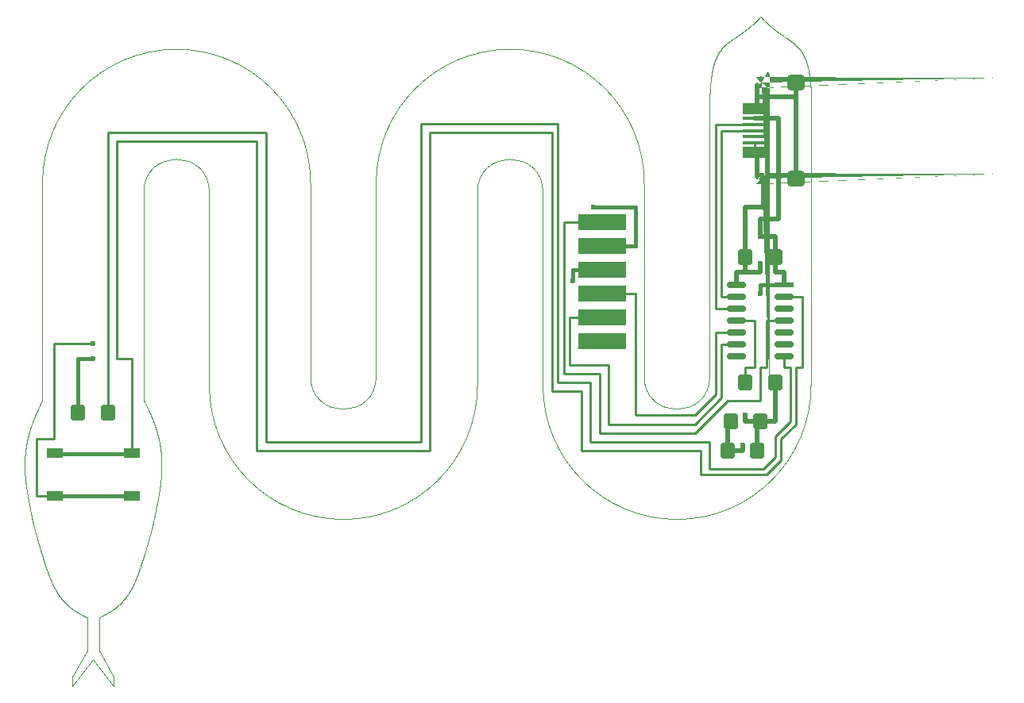
<source format=gbr>
%TF.GenerationSoftware,KiCad,Pcbnew,9.0.0*%
%TF.CreationDate,2025-12-28T17:48:29+00:00*%
%TF.ProjectId,turing,74757269-6e67-42e6-9b69-6361645f7063,v2.0*%
%TF.SameCoordinates,Original*%
%TF.FileFunction,Copper,L2,Bot*%
%TF.FilePolarity,Positive*%
%FSLAX46Y46*%
G04 Gerber Fmt 4.6, Leading zero omitted, Abs format (unit mm)*
G04 Created by KiCad (PCBNEW 9.0.0) date 2025-12-28 17:48:29*
%MOMM*%
%LPD*%
G01*
G04 APERTURE LIST*
G04 Aperture macros list*
%AMRoundRect*
0 Rectangle with rounded corners*
0 $1 Rounding radius*
0 $2 $3 $4 $5 $6 $7 $8 $9 X,Y pos of 4 corners*
0 Add a 4 corners polygon primitive as box body*
4,1,4,$2,$3,$4,$5,$6,$7,$8,$9,$2,$3,0*
0 Add four circle primitives for the rounded corners*
1,1,$1+$1,$2,$3*
1,1,$1+$1,$4,$5*
1,1,$1+$1,$6,$7*
1,1,$1+$1,$8,$9*
0 Add four rect primitives between the rounded corners*
20,1,$1+$1,$2,$3,$4,$5,0*
20,1,$1+$1,$4,$5,$6,$7,0*
20,1,$1+$1,$6,$7,$8,$9,0*
20,1,$1+$1,$8,$9,$2,$3,0*%
%AMFreePoly0*
4,1,185,0.541661,1.129956,0.556661,1.127956,0.556660,1.127955,0.572620,1.125961,0.572981,1.125903,0.587981,1.122903,0.587980,1.122902,0.603921,1.119914,0.604581,1.119743,0.634581,1.109743,0.634970,1.109596,0.648970,1.103596,0.649236,1.103472,0.677236,1.089472,0.677620,1.089258,0.690620,1.081258,0.690846,1.081111,0.703846,1.072111,0.704049,1.071963,0.717049,1.061963,
0.717201,1.061841,0.729201,1.051841,0.729536,1.051536,0.751536,1.029536,0.751841,1.029201,0.761841,1.017201,0.761963,1.017049,0.771963,1.004049,0.772111,1.003846,0.781111,0.990846,0.781258,0.990620,0.789258,0.977620,0.789472,0.977236,0.803472,0.949236,0.803596,0.948970,0.809596,0.934970,0.809743,0.934581,0.819743,0.904581,0.819914,0.903921,0.822903,0.887981,
0.825903,0.872981,0.825961,0.872620,0.827956,0.856661,0.829956,0.841661,0.830000,0.841000,0.830000,-0.841000,0.829956,-0.841661,0.827956,-0.856661,0.825961,-0.872620,0.825903,-0.872981,0.822903,-0.887981,0.819914,-0.903921,0.819743,-0.904581,0.809743,-0.934581,0.809596,-0.934970,0.803596,-0.948970,0.803472,-0.949236,0.789472,-0.977236,0.789258,-0.977620,0.781258,-0.990620,
0.781111,-0.990846,0.772111,-1.003846,0.771963,-1.004049,0.761963,-1.017049,0.761841,-1.017201,0.751841,-1.029201,0.751536,-1.029536,0.729536,-1.051536,0.729201,-1.051841,0.717201,-1.061841,0.717049,-1.061963,0.704049,-1.071963,0.703846,-1.072111,0.690846,-1.081111,0.690620,-1.081258,0.677620,-1.089258,0.677236,-1.089472,0.649236,-1.103472,0.648970,-1.103596,0.634970,-1.109596,
0.634581,-1.109743,0.604581,-1.119743,0.603921,-1.119914,0.587980,-1.122902,0.587981,-1.122903,0.572981,-1.125903,0.572620,-1.125961,0.556660,-1.127955,0.556661,-1.127956,0.541661,-1.129956,0.541000,-1.130000,-0.541000,-1.130000,-0.541661,-1.129956,-0.556661,-1.127956,-0.556660,-1.127955,-0.572620,-1.125961,-0.572981,-1.125903,-0.587981,-1.122903,-0.587980,-1.122902,-0.603921,-1.119914,
-0.604581,-1.119743,-0.634581,-1.109743,-0.634970,-1.109596,-0.648970,-1.103596,-0.649236,-1.103472,-0.677236,-1.089472,-0.677620,-1.089258,-0.690620,-1.081258,-0.690846,-1.081111,-0.703846,-1.072111,-0.704049,-1.071963,-0.717049,-1.061963,-0.717201,-1.061841,-0.729201,-1.051841,-0.729536,-1.051536,-0.751536,-1.029536,-0.751841,-1.029201,-0.761841,-1.017201,-0.761963,-1.017049,-0.771963,-1.004049,
-0.772111,-1.003846,-0.781111,-0.990846,-0.781258,-0.990620,-0.789258,-0.977620,-0.789472,-0.977236,-0.803472,-0.949236,-0.803596,-0.948970,-0.809596,-0.934970,-0.809743,-0.934581,-0.819743,-0.904581,-0.819914,-0.903921,-0.822903,-0.887981,-0.825903,-0.872981,-0.825961,-0.872620,-0.827956,-0.856661,-0.829956,-0.841661,-0.830000,-0.841000,-0.830000,0.841000,-0.829956,0.841661,-0.827956,0.856661,
-0.825961,0.872620,-0.825903,0.872981,-0.822903,0.887981,-0.819914,0.903921,-0.819743,0.904581,-0.809743,0.934581,-0.809596,0.934970,-0.803596,0.948970,-0.803472,0.949236,-0.789472,0.977236,-0.789258,0.977620,-0.781258,0.990620,-0.781111,0.990846,-0.772111,1.003846,-0.771963,1.004049,-0.761963,1.017049,-0.761841,1.017201,-0.751841,1.029201,-0.751536,1.029536,-0.729536,1.051536,
-0.729201,1.051841,-0.717201,1.061841,-0.717049,1.061963,-0.704049,1.071963,-0.703846,1.072111,-0.690846,1.081111,-0.690620,1.081258,-0.677620,1.089258,-0.677236,1.089472,-0.649236,1.103472,-0.648970,1.103596,-0.634970,1.109596,-0.634581,1.109743,-0.604581,1.119743,-0.603921,1.119914,-0.587980,1.122902,-0.587981,1.122903,-0.572981,1.125903,-0.572620,1.125961,-0.556660,1.127955,
-0.556661,1.127956,-0.541661,1.129956,-0.541000,1.130000,0.541000,1.130000,0.541661,1.129956,0.541661,1.129956,$1*%
G04 Aperture macros list end*
%TA.AperFunction,SMDPad,CuDef*%
%ADD10R,2.500000X0.400000*%
%TD*%
%TA.AperFunction,SMDPad,CuDef*%
%ADD11R,2.500000X1.150000*%
%TD*%
%TA.AperFunction,ComponentPad*%
%ADD12FreePoly0,270.000000*%
%TD*%
%TA.AperFunction,ComponentPad*%
%ADD13RoundRect,0.250000X-0.650000X0.575000X-0.650000X-0.575000X0.650000X-0.575000X0.650000X0.575000X0*%
%TD*%
%TA.AperFunction,SMDPad,CuDef*%
%ADD14RoundRect,0.266700X0.495300X0.558800X-0.495300X0.558800X-0.495300X-0.558800X0.495300X-0.558800X0*%
%TD*%
%TA.AperFunction,SMDPad,CuDef*%
%ADD15R,1.800000X1.000000*%
%TD*%
%TA.AperFunction,SMDPad,CuDef*%
%ADD16R,5.080000X1.651000*%
%TD*%
%TA.AperFunction,SMDPad,CuDef*%
%ADD17R,2.000000X0.600000*%
%TD*%
%TA.AperFunction,SMDPad,CuDef*%
%ADD18RoundRect,0.150000X0.850000X0.150000X-0.850000X0.150000X-0.850000X-0.150000X0.850000X-0.150000X0*%
%TD*%
%TA.AperFunction,SMDPad,CuDef*%
%ADD19RoundRect,0.266700X-0.495300X-0.558800X0.495300X-0.558800X0.495300X0.558800X-0.495300X0.558800X0*%
%TD*%
%TA.AperFunction,ViaPad*%
%ADD20C,0.600000*%
%TD*%
%TA.AperFunction,Conductor*%
%ADD21C,0.254000*%
%TD*%
%TA.AperFunction,Conductor*%
%ADD22C,0.508000*%
%TD*%
%TA.AperFunction,Conductor*%
%ADD23C,0.381000*%
%TD*%
%TA.AperFunction,Conductor*%
%ADD24C,0.482600*%
%TD*%
%TA.AperFunction,Profile*%
%ADD25C,0.050000*%
%TD*%
%ADD26C,0.050000*%
G04 APERTURE END LIST*
D10*
%TO.P,J1,1,VCC*%
%TO.N,VCC*%
X137790000Y-101037500D03*
%TO.P,J1,2,D-*%
%TO.N,Net-(IC1-RA1{slash}D-{slash}ICSPCLK)*%
X137790000Y-101687500D03*
%TO.P,J1,3,D+*%
%TO.N,Net-(IC1-RA0{slash}D+{slash}ICSPDAT)*%
X137790000Y-102337500D03*
%TO.P,J1,4,ID*%
%TO.N,unconnected-(J1-ID-Pad4)*%
X137790000Y-102987500D03*
%TO.P,J1,5,GND*%
%TO.N,GND*%
X137790000Y-103637500D03*
D11*
%TO.P,J1,S1,SHIELD*%
X137790000Y-100012500D03*
%TO.P,J1,S2,SHIELD__1*%
X137790000Y-104662500D03*
D12*
%TO.P,J1,S3,SHIELD__2*%
X138540000Y-97237500D03*
%TO.P,J1,S4,SHIELD__3*%
X138540000Y-107437500D03*
D13*
%TO.P,J1,S5,SHIELD__4*%
X142240000Y-97237500D03*
%TO.P,J1,S6,SHIELD__5*%
X142240000Y-107437500D03*
%TD*%
D14*
%TO.P,C1,1*%
%TO.N,VCC*%
X140017500Y-115868060D03*
%TO.P,C1,2*%
%TO.N,GND*%
X136842500Y-115868060D03*
%TD*%
D15*
%TO.P,SW1,1,1*%
%TO.N,Net-(IC1-RA5{slash}SOSCI{slash}T1CKI{slash}PWM2{slash}CLKIN{slash}OSC1)*%
X71437500Y-136787500D03*
%TO.P,SW1,2,2*%
X63237500Y-136787500D03*
%TO.P,SW1,3,K*%
%TO.N,GND*%
X63237500Y-141287500D03*
%TO.P,SW1,4,A*%
X71437500Y-141287500D03*
%TD*%
D16*
%TO.P,ICSP1,1,MCLR/VPP*%
%TO.N,Net-(IC1-RA3{slash}T1G{slash}~{SS}{slash}~{MCLR}{slash}Vpp)*%
X121602500Y-112077500D03*
%TO.P,ICSP1,2,VDD*%
%TO.N,VCC*%
X121602500Y-114617500D03*
%TO.P,ICSP1,3,GND*%
%TO.N,GND*%
X121602500Y-117157500D03*
%TO.P,ICSP1,4,PGED*%
%TO.N,Net-(IC1-ICSPDAT{slash}SCK{slash}SCL{slash}RC0)*%
X121602500Y-119697500D03*
%TO.P,ICSP1,5,PGEC*%
%TO.N,Net-(IC1-ICSPCLK{slash}SDI{slash}SDA{slash}RC1)*%
X121602500Y-122237500D03*
%TO.P,ICSP1,6,NC*%
%TO.N,unconnected-(ICSP1-NC-Pad6)*%
X121602500Y-124777500D03*
%TD*%
D17*
%TO.P,IC1,1,VDD*%
%TO.N,VCC*%
X140970000Y-118821200D03*
D18*
%TO.P,IC1,2,RA5/SOSCI/T1CKI/PWM2/CLKIN/OSC1*%
%TO.N,Net-(IC1-RA5{slash}SOSCI{slash}T1CKI{slash}PWM2{slash}CLKIN{slash}OSC1)*%
X140970000Y-120091200D03*
%TO.P,IC1,3,RA4/SOSCO/T1G/SDO/CLKOUT/OSC2/CLKR*%
%TO.N,unconnected-(IC1-RA4{slash}SOSCO{slash}T1G{slash}SDO{slash}CLKOUT{slash}OSC2{slash}CLKR-Pad3)*%
X140970000Y-121361200D03*
%TO.P,IC1,4,RA3/T1G/~{SS}/~{MCLR}/Vpp*%
%TO.N,Net-(IC1-RA3{slash}T1G{slash}~{SS}{slash}~{MCLR}{slash}Vpp)*%
X140970000Y-122631200D03*
%TO.P,IC1,5,PWM1/DT/RX/T0CKI/RC5*%
%TO.N,unconnected-(IC1-PWM1{slash}DT{slash}RX{slash}T0CKI{slash}RC5-Pad5)*%
X140970000Y-123901200D03*
%TO.P,IC1,6,CK/TX/RC4*%
%TO.N,unconnected-(IC1-CK{slash}TX{slash}RC4-Pad6)*%
X140970000Y-125171200D03*
%TO.P,IC1,7,CLKR/~{SS}/PWM2/RC3*%
%TO.N,LEDS*%
X140970000Y-126441200D03*
%TO.P,IC1,8,SDO/RC2*%
%TO.N,unconnected-(IC1-SDO{slash}RC2-Pad8)*%
X135890000Y-126441200D03*
%TO.P,IC1,9,ICSPCLK/SDI/SDA/RC1*%
%TO.N,Net-(IC1-ICSPCLK{slash}SDI{slash}SDA{slash}RC1)*%
X135890000Y-125171200D03*
%TO.P,IC1,10,ICSPDAT/SCK/SCL/RC0*%
%TO.N,Net-(IC1-ICSPDAT{slash}SCK{slash}SCL{slash}RC0)*%
X135890000Y-123901200D03*
%TO.P,IC1,11,Vusb3v3*%
%TO.N,Net-(IC1-Vusb3v3)*%
X135890000Y-122631200D03*
%TO.P,IC1,12,RA1/D-/ICSPCLK*%
%TO.N,Net-(IC1-RA1{slash}D-{slash}ICSPCLK)*%
X135890000Y-121361200D03*
%TO.P,IC1,13,RA0/D+/ICSPDAT*%
%TO.N,Net-(IC1-RA0{slash}D+{slash}ICSPDAT)*%
X135890000Y-120091200D03*
%TO.P,IC1,14,VSS*%
%TO.N,GND*%
X135890000Y-118821200D03*
%TD*%
D19*
%TO.P,C3,1*%
%TO.N,VCC*%
X135255000Y-133350000D03*
%TO.P,C3,2*%
%TO.N,GND*%
X138430000Y-133350000D03*
%TD*%
D14*
%TO.P,C2,1*%
%TO.N,GND*%
X140017500Y-129222500D03*
%TO.P,C2,2*%
%TO.N,Net-(IC1-Vusb3v3)*%
X136842500Y-129222500D03*
%TD*%
%TO.P,R1,1*%
%TO.N,LEDS*%
X68897500Y-132397500D03*
%TO.P,R1,2*%
%TO.N,Net-(LED1-DI)*%
X65722500Y-132397500D03*
%TD*%
D19*
%TO.P,C4,1*%
%TO.N,VCC*%
X134937500Y-136525000D03*
%TO.P,C4,2*%
%TO.N,GND*%
X138112500Y-136525000D03*
%TD*%
D20*
%TO.N,GND*%
X67310000Y-125095000D03*
X138747500Y-110490000D03*
X118427500Y-118364000D03*
X138430000Y-116522500D03*
X138747500Y-109321600D03*
X136842500Y-132715000D03*
%TO.N,VCC*%
X136525000Y-135890000D03*
X138430000Y-112395000D03*
X138430000Y-119697500D03*
X120650000Y-110490000D03*
X138430000Y-113665000D03*
%TO.N,Net-(LED1-DI)*%
X67310000Y-126682500D03*
%TD*%
D21*
%TO.N,GND*%
X137790000Y-103632000D02*
X137790000Y-104648000D01*
X63182500Y-135255000D02*
X63169800Y-125095000D01*
D22*
X140017500Y-133350000D02*
X138430000Y-133350000D01*
X138112500Y-107315000D02*
X138112500Y-104775000D01*
X136842500Y-133350000D02*
X136842500Y-132715000D01*
X135890000Y-118821200D02*
X135890000Y-117475000D01*
D21*
X138540000Y-107437500D02*
X138307500Y-107437500D01*
D22*
X142240000Y-107437500D02*
X142240000Y-98742500D01*
X138430000Y-117475000D02*
X138430000Y-116522500D01*
D21*
X63182500Y-141287500D02*
X61277500Y-141287500D01*
X63169800Y-125095000D02*
X67310000Y-125095000D01*
D23*
X118427500Y-118364000D02*
X118427500Y-117157500D01*
D22*
X138112500Y-100012500D02*
X138112500Y-98742500D01*
X138747500Y-110490000D02*
X136842500Y-110490000D01*
D21*
X61277500Y-141287500D02*
X61277500Y-135255000D01*
D23*
X118427500Y-117157500D02*
X121602500Y-117157500D01*
D22*
X140017500Y-133350000D02*
X140017500Y-129222500D01*
D23*
X71437500Y-141287500D02*
X63182500Y-141287500D01*
D22*
X138747500Y-110490000D02*
X138747500Y-107315000D01*
X142240000Y-98742500D02*
X142240000Y-97155000D01*
D21*
X137790000Y-104452500D02*
X137795000Y-104457500D01*
D22*
X138112500Y-136525000D02*
X138112500Y-133350000D01*
X136842500Y-110490000D02*
X136842500Y-117475000D01*
X138430000Y-117475000D02*
X136842500Y-117475000D01*
X138430000Y-133350000D02*
X136842500Y-133350000D01*
D21*
X61277500Y-135255000D02*
X63182500Y-135255000D01*
D22*
X135890000Y-117475000D02*
X136842500Y-117475000D01*
X138112500Y-98742500D02*
X138112500Y-97472500D01*
X138112500Y-98742500D02*
X142240000Y-98742500D01*
X138470000Y-96797500D02*
X138430000Y-96837500D01*
%TO.N,VCC*%
X136525000Y-135890000D02*
X136525000Y-136525000D01*
D24*
X140017500Y-111760000D02*
X138430000Y-111760000D01*
D22*
X134937500Y-136525000D02*
X134937500Y-133350000D01*
D24*
X138430000Y-113665000D02*
X140017500Y-113665000D01*
X140017500Y-113665000D02*
X140017500Y-115887500D01*
D22*
X136525000Y-136525000D02*
X134937500Y-136525000D01*
D24*
X140385800Y-111760000D02*
X140017500Y-111760000D01*
D23*
X125095000Y-110490000D02*
X120650000Y-110490000D01*
D24*
X138430000Y-113665000D02*
X138430000Y-112395000D01*
X138430000Y-111760000D02*
X138430000Y-112395000D01*
D22*
X140017500Y-117475000D02*
X140970000Y-117475000D01*
D23*
X138430000Y-118821200D02*
X140970000Y-118821200D01*
D22*
X140970000Y-117475000D02*
X140970000Y-118745000D01*
D23*
X125095000Y-114617500D02*
X125095000Y-110490000D01*
D22*
X140017500Y-115868060D02*
X140017500Y-117475000D01*
D23*
X121602500Y-114617500D02*
X125095000Y-114617500D01*
X138430000Y-119697500D02*
X138430000Y-118821200D01*
D24*
X140385800Y-101041200D02*
X137795000Y-101041200D01*
X140385800Y-101041200D02*
X140385800Y-111760000D01*
D23*
%TO.N,Net-(LED1-DI)*%
X67310000Y-126682500D02*
X65722500Y-126682500D01*
X65722500Y-126682500D02*
X65722500Y-132397500D01*
D21*
%TO.N,LEDS*%
X140970000Y-127635000D02*
X141605000Y-127635000D01*
X102235000Y-101600000D02*
X102235000Y-135572500D01*
X116840000Y-129222500D02*
X116840000Y-101600000D01*
X120332500Y-135572500D02*
X120332500Y-129222500D01*
X140970000Y-126441200D02*
X140970000Y-127635000D01*
X138747500Y-138430000D02*
X133032500Y-138430000D01*
X102235000Y-135572500D02*
X85725000Y-135572500D01*
X68897500Y-102552500D02*
X68897500Y-132397500D01*
X133032500Y-135572500D02*
X120332500Y-135572500D01*
X133032500Y-138430000D02*
X133032500Y-135572500D01*
X120332500Y-129222500D02*
X116840000Y-129222500D01*
X85725000Y-135572500D02*
X85725000Y-102552500D01*
X140017500Y-134937500D02*
X140017500Y-137160000D01*
X85725000Y-102552500D02*
X68897500Y-102552500D01*
X141605000Y-127635000D02*
X141605000Y-133350000D01*
X116840000Y-101600000D02*
X102235000Y-101600000D01*
X140017500Y-137160000D02*
X138747500Y-138430000D01*
X141605000Y-133350000D02*
X140017500Y-134937500D01*
%TO.N,Net-(IC1-RA0{slash}D+{slash}ICSPDAT)*%
X137795000Y-102336600D02*
X134302500Y-102336600D01*
X134302500Y-120091200D02*
X134302500Y-102336600D01*
X135890000Y-120091200D02*
X134302500Y-120091200D01*
%TO.N,Net-(IC1-RA3{slash}T1G{slash}~{SS}{slash}~{MCLR}{slash}Vpp)*%
X134937500Y-131127500D02*
X131445000Y-134620000D01*
X117475000Y-112077500D02*
X121602500Y-112077500D01*
X139065000Y-127635000D02*
X138430000Y-127635000D01*
X139065000Y-122631200D02*
X139065000Y-127635000D01*
X140970000Y-122631200D02*
X139065000Y-122631200D01*
X117475000Y-128270000D02*
X117475000Y-112077500D01*
X138430000Y-131127500D02*
X134937500Y-131127500D01*
X121285000Y-134620000D02*
X121285000Y-128270000D01*
X121285000Y-128270000D02*
X117475000Y-128270000D01*
X138430000Y-127635000D02*
X138430000Y-131127500D01*
X131445000Y-134620000D02*
X121285000Y-134620000D01*
%TO.N,Net-(IC1-RA1{slash}D-{slash}ICSPCLK)*%
X135890000Y-121361200D02*
X133667500Y-121361200D01*
X133667500Y-101701600D02*
X137795000Y-101701600D01*
X133667500Y-121361200D02*
X133667500Y-101701600D01*
%TO.N,Net-(IC1-Vusb3v3)*%
X135890000Y-122631200D02*
X137795000Y-122631200D01*
X137795000Y-122631200D02*
X137795000Y-127635000D01*
X137795000Y-127635000D02*
X136842500Y-127635000D01*
X136842500Y-127635000D02*
X136842500Y-129222500D01*
%TO.N,Net-(IC1-ICSPCLK{slash}SDI{slash}SDA{slash}RC1)*%
X118110000Y-127317500D02*
X118110000Y-122237500D01*
X131445000Y-133667500D02*
X122237500Y-133667500D01*
X135890000Y-125171200D02*
X134302500Y-125171200D01*
X122237500Y-133667500D02*
X122237500Y-127317500D01*
X134302500Y-130828676D02*
X131445000Y-133667500D01*
X134302500Y-125171200D02*
X134302500Y-130828676D01*
X122237500Y-127317500D02*
X118110000Y-127317500D01*
X118110000Y-122237500D02*
X121602500Y-122237500D01*
%TO.N,Net-(IC1-ICSPDAT{slash}SCK{slash}SCL{slash}RC0)*%
X131445000Y-132715000D02*
X133667500Y-130492500D01*
X133667500Y-130492500D02*
X133667500Y-123901200D01*
X125095000Y-119697500D02*
X125095000Y-132715000D01*
X125095000Y-132715000D02*
X131445000Y-132715000D01*
X121602500Y-119697500D02*
X125095000Y-119697500D01*
X133667500Y-123901200D02*
X135890000Y-123901200D01*
%TO.N,Net-(IC1-RA5{slash}SOSCI{slash}T1CKI{slash}PWM2{slash}CLKIN{slash}OSC1)*%
X140652500Y-137477500D02*
X140652500Y-135255000D01*
X142240000Y-133667500D02*
X142240000Y-127635000D01*
X140652500Y-135255000D02*
X142240000Y-133667500D01*
X142875000Y-120091200D02*
X140970000Y-120091200D01*
D23*
X71437500Y-136842500D02*
X63182500Y-136842500D01*
D21*
X116205000Y-130175000D02*
X119380000Y-130175000D01*
X142875000Y-127635000D02*
X142875000Y-120091200D01*
X103187500Y-136525000D02*
X103187500Y-102552500D01*
X71437500Y-136787500D02*
X71437500Y-126682500D01*
X84772500Y-103505000D02*
X84772500Y-136525000D01*
X71437500Y-126682500D02*
X69850000Y-126682500D01*
X119380000Y-130175000D02*
X119380000Y-136525000D01*
X142240000Y-127635000D02*
X142875000Y-127635000D01*
X69850000Y-126682500D02*
X69850000Y-103505000D01*
X103187500Y-102552500D02*
X116205000Y-102552500D01*
X139065000Y-139065000D02*
X140652500Y-137477500D01*
X69850000Y-103505000D02*
X84772500Y-103505000D01*
X116205000Y-102552500D02*
X116205000Y-130175000D01*
X132080000Y-136525000D02*
X132080000Y-139065000D01*
X132080000Y-139065000D02*
X139065000Y-139065000D01*
X119380000Y-136525000D02*
X132080000Y-136525000D01*
X84772500Y-136525000D02*
X103187500Y-136525000D01*
%TD*%
D25*
X133032500Y-128587500D02*
X133032500Y-98425000D01*
X143827500Y-98425000D02*
X143827500Y-129540000D01*
X79692500Y-108902500D02*
X79692500Y-129540100D01*
X72707500Y-108902500D02*
X72707500Y-131127500D01*
X108267084Y-129649085D02*
G75*
G02*
X79692500Y-129540106I-14287084J108985D01*
G01*
X69532500Y-160655000D02*
X69532500Y-161607500D01*
X61912500Y-107950000D02*
G75*
G02*
X90487500Y-107950000I14287500J0D01*
G01*
X65087500Y-160655000D02*
X65087500Y-161607500D01*
D26*
X60960000Y-144462500D02*
X60979727Y-144534796D01*
X60999365Y-144606682D01*
X61018322Y-144676004D01*
X61037196Y-144744943D01*
X61055464Y-144811589D01*
X61073654Y-144877877D01*
X61091298Y-144942096D01*
X61108870Y-145005978D01*
X61125946Y-145067981D01*
X61142956Y-145129665D01*
X61159513Y-145189631D01*
X61176007Y-145249295D01*
X61192086Y-145307379D01*
X61208107Y-145365176D01*
X61223744Y-145421515D01*
X61239326Y-145477580D01*
X61254553Y-145532292D01*
X61269728Y-145586742D01*
X61284574Y-145639933D01*
X61299370Y-145692873D01*
X61313859Y-145744637D01*
X61328301Y-145796160D01*
X61342455Y-145846580D01*
X61356565Y-145896770D01*
X61370405Y-145945923D01*
X61384204Y-145994854D01*
X61397748Y-146042809D01*
X61411252Y-146090550D01*
X61424517Y-146137369D01*
X61437744Y-146183982D01*
X61450745Y-146229722D01*
X61463710Y-146275262D01*
X61476460Y-146319975D01*
X61489177Y-146364496D01*
X61501689Y-146408230D01*
X61514170Y-146451778D01*
X61526457Y-146494578D01*
X61538713Y-146537197D01*
X61550785Y-146579104D01*
X61562827Y-146620835D01*
X61574695Y-146661886D01*
X61586534Y-146702766D01*
X61598205Y-146742997D01*
X61609850Y-146783062D01*
X61621335Y-146822505D01*
X61632794Y-146861787D01*
X61644099Y-146900474D01*
X61655381Y-146939004D01*
X61666516Y-146976962D01*
X61677627Y-147014768D01*
X61688598Y-147052024D01*
X61699546Y-147089133D01*
X61710359Y-147125714D01*
X61721151Y-147162151D01*
X61731813Y-147198080D01*
X61742455Y-147233868D01*
X61752972Y-147269167D01*
X61763469Y-147304330D01*
X61773847Y-147339020D01*
X61784205Y-147373577D01*
X61794448Y-147407679D01*
X61804673Y-147441651D01*
X61814787Y-147475183D01*
X61824883Y-147508588D01*
X61834872Y-147541568D01*
X61844845Y-147574425D01*
X61854713Y-147606871D01*
X61864566Y-147639195D01*
X61874319Y-147671123D01*
X61884057Y-147702932D01*
X61893698Y-147734356D01*
X61903324Y-147765664D01*
X61912857Y-147796600D01*
X61922376Y-147827423D01*
X61931805Y-147857884D01*
X61941220Y-147888235D01*
X61950547Y-147918235D01*
X61959862Y-147948127D01*
X61969092Y-147977679D01*
X61978310Y-148007125D01*
X61987446Y-148036241D01*
X61996570Y-148065253D01*
X62005614Y-148093944D01*
X62014647Y-148122533D01*
X62023603Y-148150812D01*
X62032548Y-148178990D01*
X62041419Y-148206865D01*
X62050279Y-148234642D01*
X62059066Y-148262125D01*
X62067844Y-148289512D01*
X62076551Y-148316613D01*
X62085248Y-148343619D01*
X62093877Y-148370347D01*
X62102498Y-148396981D01*
X62111051Y-148423345D01*
X62119596Y-148449618D01*
X62128076Y-148475626D01*
X62136549Y-148501545D01*
X62144958Y-148527207D01*
X62153360Y-148552781D01*
X62161700Y-148578104D01*
X62170033Y-148603341D01*
X62178306Y-148628333D01*
X62186573Y-148653241D01*
X62194781Y-148677910D01*
X62202983Y-148702496D01*
X62211129Y-148726849D01*
X62219268Y-148751121D01*
X62227352Y-148775165D01*
X62235430Y-148799129D01*
X62243455Y-148822871D01*
X62251474Y-148846534D01*
X62259441Y-148869980D01*
X62267403Y-148893349D01*
X62275314Y-148916507D01*
X62283220Y-148939587D01*
X62291077Y-148962462D01*
X62298929Y-148985261D01*
X62306732Y-149007858D01*
X62314531Y-149030381D01*
X62322283Y-149052707D01*
X62330031Y-149074960D01*
X62337733Y-149097020D01*
X62345432Y-149119009D01*
X62353085Y-149140809D01*
X62360735Y-149162538D01*
X62368341Y-149184083D01*
X62375944Y-149205558D01*
X62383505Y-149226853D01*
X62391062Y-149248079D01*
X62398578Y-149269128D01*
X62406091Y-149290111D01*
X62413563Y-149310920D01*
X62421033Y-149331663D01*
X62428463Y-149352237D01*
X62435891Y-149372745D01*
X62443280Y-149393088D01*
X62450667Y-149413366D01*
X62458016Y-149433482D01*
X62465364Y-149453535D01*
X62472674Y-149473429D01*
X62479983Y-149493260D01*
X62487256Y-149512935D01*
X62494528Y-149532549D01*
X62501764Y-149552010D01*
X62508999Y-149571411D01*
X62516200Y-149590661D01*
X62523400Y-149609853D01*
X62530566Y-149628897D01*
X62537731Y-149647883D01*
X62544864Y-149666724D01*
X62551996Y-149685508D01*
X62559096Y-149704151D01*
X62566195Y-149722736D01*
X62573264Y-149741183D01*
X62580332Y-149759574D01*
X62587369Y-149777829D01*
X62594406Y-149796029D01*
X62601414Y-149814095D01*
X62608422Y-149832107D01*
X62615400Y-149849988D01*
X62622379Y-149867815D01*
X62629329Y-149885514D01*
X62636280Y-149903159D01*
X62643202Y-149920679D01*
X62650126Y-149938146D01*
X62657022Y-149955490D01*
X62663919Y-149972782D01*
X62670789Y-149989953D01*
X62677661Y-150007073D01*
X62684506Y-150024073D01*
X62691352Y-150041023D01*
X62698173Y-150057857D01*
X62704996Y-150074640D01*
X62711793Y-150091309D01*
X62718592Y-150107929D01*
X62725367Y-150124436D01*
X62732143Y-150140895D01*
X62738896Y-150157243D01*
X62745650Y-150173543D01*
X62752381Y-150189735D01*
X62759114Y-150205879D01*
X62765824Y-150221917D01*
X62772537Y-150237907D01*
X62779227Y-150253793D01*
X62785919Y-150269633D01*
X62792590Y-150285370D01*
X62799263Y-150301062D01*
X62805915Y-150316652D01*
X62812569Y-150332197D01*
X62819203Y-150347643D01*
X62825840Y-150363045D01*
X62832456Y-150378349D01*
X62839075Y-150393609D01*
X62845674Y-150408773D01*
X62852276Y-150423893D01*
X62858859Y-150438920D01*
X62865445Y-150453903D01*
X62872012Y-150468794D01*
X62878583Y-150483643D01*
X62885135Y-150498400D01*
X62891690Y-150513116D01*
X62898227Y-150527742D01*
X62904768Y-150542326D01*
X62911291Y-150556823D01*
X62917818Y-150571279D01*
X62924328Y-150585648D01*
X62930841Y-150599977D01*
X62937338Y-150614221D01*
X62943838Y-150628424D01*
X62950323Y-150642545D01*
X62956811Y-150656625D01*
X62963283Y-150670624D01*
X62969759Y-150684584D01*
X62976220Y-150698462D01*
X62982685Y-150712302D01*
X62989135Y-150726063D01*
X62995590Y-150739785D01*
X63002029Y-150753430D01*
X63008473Y-150767036D01*
X63014903Y-150780566D01*
X63021337Y-150794058D01*
X63027757Y-150807475D01*
X63034182Y-150820855D01*
X63040593Y-150834160D01*
X63047009Y-150847429D01*
X63053412Y-150860625D01*
X63059819Y-150873785D01*
X63066214Y-150886872D01*
X63072614Y-150899925D01*
X63079001Y-150912906D01*
X63085393Y-150925852D01*
X63091773Y-150938729D01*
X63098158Y-150951570D01*
X63104532Y-150964343D01*
X63110910Y-150977082D01*
X63117278Y-150989753D01*
X63123650Y-151002390D01*
X63130012Y-151014961D01*
X63136379Y-151027498D01*
X63142735Y-151039970D01*
X63149096Y-151052408D01*
X63155448Y-151064782D01*
X63161805Y-151077123D01*
X63168152Y-151089401D01*
X63174504Y-151101647D01*
X63180847Y-151113830D01*
X63187195Y-151125981D01*
X63193535Y-151138071D01*
X63199879Y-151150129D01*
X63206216Y-151162126D01*
X63212557Y-151174092D01*
X63218891Y-151185999D01*
X63225230Y-151197875D01*
X63231561Y-151209692D01*
X63237898Y-151221478D01*
X63244226Y-151233207D01*
X63250561Y-151244906D01*
X63256889Y-151256548D01*
X63263222Y-151268159D01*
X63269548Y-151279715D01*
X63275881Y-151291241D01*
X63282206Y-151302713D01*
X63288538Y-151314155D01*
X63294863Y-151325543D01*
X63301194Y-151336902D01*
X63307519Y-151348208D01*
X63313851Y-151359484D01*
X63320176Y-151370709D01*
X63326508Y-151381905D01*
X63332835Y-151393050D01*
X63339168Y-151404166D01*
X63345495Y-151415232D01*
X63351829Y-151426270D01*
X63358158Y-151437258D01*
X63364494Y-151448218D01*
X63370825Y-151459130D01*
X63377163Y-151470013D01*
X63383496Y-151480849D01*
X63389836Y-151491658D01*
X63396172Y-151502419D01*
X63402515Y-151513153D01*
X63408854Y-151523841D01*
X63415200Y-151534502D01*
X63421543Y-151545117D01*
X63427892Y-151555706D01*
X63434239Y-151566250D01*
X63440592Y-151576767D01*
X63446943Y-151587241D01*
X63453301Y-151597688D01*
X63459656Y-151608092D01*
X63466018Y-151618469D01*
X63472378Y-151628805D01*
X63478746Y-151639114D01*
X63485111Y-151649382D01*
X63491484Y-151659624D01*
X63497855Y-151669825D01*
X63504234Y-151680001D01*
X63510611Y-151690136D01*
X63516996Y-151700247D01*
X63523379Y-151710317D01*
X63529771Y-151720363D01*
X63536161Y-151730370D01*
X63542559Y-151740351D01*
X63548957Y-151750295D01*
X63555362Y-151760214D01*
X63561767Y-151770096D01*
X63568180Y-151779953D01*
X63574593Y-151789773D01*
X63581014Y-151799569D01*
X63587436Y-151809329D01*
X63593865Y-151819065D01*
X63600295Y-151828765D01*
X63606733Y-151838442D01*
X63613172Y-151848084D01*
X63619619Y-151857702D01*
X63626067Y-151867285D01*
X63632524Y-151876846D01*
X63638982Y-151886372D01*
X63645448Y-151895876D01*
X63651917Y-151905346D01*
X63658393Y-151914793D01*
X63664872Y-151924208D01*
X63671359Y-151933600D01*
X63677849Y-151942960D01*
X63684347Y-151952298D01*
X63690848Y-151961604D01*
X63697357Y-151970888D01*
X63703870Y-151980141D01*
X63710391Y-151989372D01*
X63716915Y-151998573D01*
X63723449Y-152007752D01*
X63729985Y-152016901D01*
X63736531Y-152026028D01*
X63743081Y-152035126D01*
X63749639Y-152044203D01*
X63756202Y-152053251D01*
X63762774Y-152062277D01*
X63769350Y-152071276D01*
X63775936Y-152080254D01*
X63782526Y-152089203D01*
X63789125Y-152098132D01*
X63795730Y-152107034D01*
X63802344Y-152115915D01*
X63808963Y-152124770D01*
X63815591Y-152133604D01*
X63822226Y-152142412D01*
X63828869Y-152151200D01*
X63835519Y-152159962D01*
X63842178Y-152168704D01*
X63848844Y-152177421D01*
X63855519Y-152186118D01*
X63862201Y-152194790D01*
X63868893Y-152203443D01*
X63875591Y-152212071D01*
X63882300Y-152220680D01*
X63889015Y-152229265D01*
X63895741Y-152237831D01*
X63902474Y-152246374D01*
X63909217Y-152254897D01*
X63915968Y-152263398D01*
X63922729Y-152271880D01*
X63929498Y-152280340D01*
X63936278Y-152288781D01*
X63943066Y-152297200D01*
X63949864Y-152305600D01*
X63956671Y-152313979D01*
X63963489Y-152322340D01*
X63970315Y-152330680D01*
X63977153Y-152339001D01*
X63983999Y-152347302D01*
X63990856Y-152355585D01*
X63997724Y-152363848D01*
X64004601Y-152372093D01*
X64011489Y-152380319D01*
X64018388Y-152388526D01*
X64025297Y-152396715D01*
X64032217Y-152404886D01*
X64039148Y-152413039D01*
X64046090Y-152421174D01*
X64053043Y-152429291D01*
X64060008Y-152437390D01*
X64066983Y-152445472D01*
X64073970Y-152453536D01*
X64080969Y-152461584D01*
X64087979Y-152469614D01*
X64095002Y-152477628D01*
X64102035Y-152485624D01*
X64109082Y-152493605D01*
X64116140Y-152501568D01*
X64123211Y-152509516D01*
X64130293Y-152517446D01*
X64144496Y-152533261D01*
X64158751Y-152549012D01*
X64173057Y-152564702D01*
X64187416Y-152580331D01*
X64201829Y-152595901D01*
X64216297Y-152611412D01*
X64230821Y-152626866D01*
X64245401Y-152642264D01*
X64260040Y-152657606D01*
X64274738Y-152672895D01*
X64289496Y-152688131D01*
X64304315Y-152703315D01*
X64319196Y-152718449D01*
X64334141Y-152733533D01*
X64349151Y-152748569D01*
X64364226Y-152763557D01*
X64379368Y-152778499D01*
X64394577Y-152793395D01*
X64409857Y-152808248D01*
X64425206Y-152823057D01*
X64440627Y-152837824D01*
X64456121Y-152852551D01*
X64471689Y-152867238D01*
X64487333Y-152881885D01*
X64503053Y-152896495D01*
X64518851Y-152911069D01*
X64534729Y-152925607D01*
X64550687Y-152940110D01*
X64566728Y-152954580D01*
X64582852Y-152969018D01*
X64599061Y-152983425D01*
X64615356Y-152997801D01*
X64631739Y-153012148D01*
X64648212Y-153026467D01*
X64664776Y-153040760D01*
X64681432Y-153055026D01*
X64698182Y-153069268D01*
X64715028Y-153083486D01*
X64731972Y-153097682D01*
X64749014Y-153111857D01*
X64766157Y-153126011D01*
X64783403Y-153140146D01*
X64800753Y-153154264D01*
X64818209Y-153168364D01*
X64835773Y-153182449D01*
X64853446Y-153196520D01*
X64871232Y-153210577D01*
X64889131Y-153224622D01*
X64907146Y-153238656D01*
X64925278Y-153252681D01*
X64943530Y-153266697D01*
X64961904Y-153280706D01*
X64980403Y-153294709D01*
X64999027Y-153308707D01*
X65017780Y-153322702D01*
X65036664Y-153336695D01*
X65055682Y-153350687D01*
X65074834Y-153364680D01*
X65094126Y-153378675D01*
X65113557Y-153392673D01*
X65133132Y-153406675D01*
X65152853Y-153420684D01*
X65172723Y-153434700D01*
X65192744Y-153448725D01*
X65212920Y-153462761D01*
X65233253Y-153476809D01*
X65253746Y-153490870D01*
X65274402Y-153504947D01*
X65295225Y-153519040D01*
X65316218Y-153533151D01*
X65337384Y-153547283D01*
X65358726Y-153561436D01*
X65380248Y-153575613D01*
X65401955Y-153589815D01*
X65423848Y-153604044D01*
X65445933Y-153618302D01*
X65468213Y-153632591D01*
X65490692Y-153646913D01*
X65513375Y-153661269D01*
X65536265Y-153675663D01*
X65559367Y-153690095D01*
X65582686Y-153704569D01*
X65606227Y-153719086D01*
X65629994Y-153733648D01*
X65653992Y-153748259D01*
X65678227Y-153762920D01*
X65702704Y-153777634D01*
X65727429Y-153792404D01*
X65752406Y-153807231D01*
X65777643Y-153822120D01*
X65803145Y-153837073D01*
X65828919Y-153852092D01*
X65854972Y-153867181D01*
X65881310Y-153882343D01*
X65907940Y-153897581D01*
X65934870Y-153912898D01*
X65962108Y-153928299D01*
X65989662Y-153943787D01*
X66017540Y-153959365D01*
X66045750Y-153975037D01*
X66074303Y-153990808D01*
X66103207Y-154006682D01*
X66132472Y-154022663D01*
X66162110Y-154038756D01*
X66192130Y-154054967D01*
X66222544Y-154071299D01*
X66253364Y-154087759D01*
X66284603Y-154104352D01*
X66316275Y-154121084D01*
X66348391Y-154137961D01*
X66380969Y-154154989D01*
X66414022Y-154172177D01*
X66447568Y-154189531D01*
X66481623Y-154207058D01*
X66516207Y-154224767D01*
X66551337Y-154242668D01*
X66587036Y-154260767D01*
X66623325Y-154279077D01*
X66660228Y-154297607D01*
X66675000Y-154305000D01*
X72707500Y-131127500D02*
X72707500Y-131127500D01*
D25*
X69532500Y-160655000D02*
X67945000Y-157797500D01*
X143827500Y-129540000D02*
G75*
G02*
X115252500Y-129540000I-14287500J0D01*
G01*
D26*
X138430000Y-90170000D02*
X138407924Y-90194225D01*
X138385845Y-90218333D01*
X138363764Y-90242327D01*
X138341679Y-90266206D01*
X138319591Y-90289973D01*
X138297498Y-90313626D01*
X138275400Y-90337169D01*
X138253296Y-90360602D01*
X138231185Y-90383925D01*
X138209068Y-90407140D01*
X138186942Y-90430247D01*
X138164808Y-90453249D01*
X138142664Y-90476145D01*
X138120510Y-90498937D01*
X138098345Y-90521626D01*
X138076168Y-90544213D01*
X138053979Y-90566699D01*
X138031776Y-90589085D01*
X138009559Y-90611372D01*
X137987327Y-90633562D01*
X137965078Y-90655656D01*
X137942813Y-90677654D01*
X137920529Y-90699557D01*
X137898226Y-90721368D01*
X137875904Y-90743087D01*
X137853559Y-90764716D01*
X137831193Y-90786255D01*
X137808803Y-90807706D01*
X137786388Y-90829071D01*
X137763948Y-90850350D01*
X137741480Y-90871544D01*
X137718985Y-90892657D01*
X137696459Y-90913687D01*
X137673902Y-90934638D01*
X137651313Y-90955511D01*
X137628689Y-90976306D01*
X137606030Y-90997026D01*
X137583334Y-91017672D01*
X137560599Y-91038246D01*
X137537823Y-91058749D01*
X137515005Y-91079182D01*
X137492143Y-91099549D01*
X137469235Y-91119850D01*
X137446278Y-91140087D01*
X137423271Y-91160263D01*
X137400212Y-91180378D01*
X137377098Y-91200436D01*
X137353927Y-91220438D01*
X137330697Y-91240385D01*
X137307404Y-91260282D01*
X137284047Y-91280129D01*
X137260621Y-91299929D01*
X137237125Y-91319685D01*
X137213555Y-91339399D01*
X137189908Y-91359074D01*
X137166181Y-91378712D01*
X137142369Y-91398317D01*
X137118468Y-91417891D01*
X137094476Y-91437438D01*
X137070387Y-91456961D01*
X137046197Y-91476464D01*
X137021901Y-91495950D01*
X136997495Y-91515423D01*
X136972971Y-91534887D01*
X136948326Y-91554347D01*
X136923551Y-91573807D01*
X136898642Y-91593272D01*
X136873590Y-91612748D01*
X136848389Y-91632239D01*
X136823029Y-91651752D01*
X136797502Y-91671294D01*
X136771799Y-91690871D01*
X136745909Y-91710490D01*
X136719821Y-91730160D01*
X136693522Y-91749889D01*
X136666999Y-91769687D01*
X136640238Y-91789565D01*
X136613221Y-91809533D01*
X136585932Y-91829604D01*
X136558349Y-91849793D01*
X136530452Y-91870114D01*
X136502213Y-91890585D01*
X136473607Y-91911226D01*
X136444599Y-91932058D01*
X136415154Y-91953108D01*
X136385228Y-91974403D01*
X136354773Y-91995979D01*
X136323730Y-92017875D01*
X136292030Y-92040137D01*
X136259590Y-92062824D01*
X136226306Y-92086004D01*
X136192052Y-92109766D01*
X136156662Y-92134219D01*
X136119924Y-92159510D01*
X136081543Y-92185836D01*
X136041104Y-92213481D01*
X135997976Y-92242872D01*
X135951113Y-92274716D01*
X135898536Y-92310354D01*
X135835445Y-92353033D01*
X135789130Y-92384333D01*
X135715152Y-92434340D01*
X135678513Y-92459136D01*
X135642108Y-92483811D01*
X135605937Y-92508375D01*
X135570000Y-92532841D01*
X135534297Y-92557219D01*
X135498830Y-92581523D01*
X135481184Y-92593650D01*
X135463597Y-92605764D01*
X135446070Y-92617864D01*
X135428601Y-92629953D01*
X135411190Y-92642031D01*
X135393839Y-92654102D01*
X135376547Y-92666165D01*
X135359314Y-92678223D01*
X135342140Y-92690277D01*
X135325025Y-92702328D01*
X135307969Y-92714378D01*
X135290973Y-92726428D01*
X135274036Y-92738481D01*
X135257157Y-92750536D01*
X135240339Y-92762596D01*
X135223579Y-92774663D01*
X135206879Y-92786737D01*
X135190238Y-92798821D01*
X135173657Y-92810915D01*
X135157135Y-92823021D01*
X135140673Y-92835140D01*
X135124270Y-92847275D01*
X135107927Y-92859426D01*
X135091643Y-92871596D01*
X135075419Y-92883784D01*
X135059255Y-92895994D01*
X135043150Y-92908226D01*
X135027106Y-92920482D01*
X135011121Y-92932763D01*
X134995195Y-92945071D01*
X134979330Y-92957408D01*
X134963525Y-92969774D01*
X134947779Y-92982171D01*
X134932094Y-92994601D01*
X134916468Y-93007065D01*
X134900903Y-93019565D01*
X134885397Y-93032102D01*
X134869952Y-93044677D01*
X134854567Y-93057293D01*
X134839242Y-93069950D01*
X134823977Y-93082650D01*
X134808773Y-93095394D01*
X134793629Y-93108185D01*
X134778545Y-93121022D01*
X134763521Y-93133909D01*
X134748558Y-93146846D01*
X134733656Y-93159834D01*
X134726227Y-93166349D01*
X134718814Y-93172876D01*
X134711415Y-93179418D01*
X134704032Y-93185973D01*
X134696664Y-93192542D01*
X134689311Y-93199126D01*
X134681973Y-93205724D01*
X134674650Y-93212337D01*
X134667343Y-93218964D01*
X134660050Y-93225606D01*
X134652773Y-93232264D01*
X134645511Y-93238937D01*
X134638264Y-93245625D01*
X134631032Y-93252329D01*
X134623816Y-93259049D01*
X134616615Y-93265785D01*
X134609428Y-93272537D01*
X134602258Y-93279306D01*
X134595102Y-93286091D01*
X134587961Y-93292894D01*
X134580836Y-93299713D01*
X134573726Y-93306549D01*
X134566631Y-93313403D01*
X134559551Y-93320274D01*
X134552487Y-93327163D01*
X134545437Y-93334070D01*
X134538403Y-93340995D01*
X134531385Y-93347938D01*
X134524381Y-93354900D01*
X134517393Y-93361880D01*
X134510420Y-93368879D01*
X134503462Y-93375897D01*
X134496520Y-93382935D01*
X134489592Y-93389991D01*
X134482680Y-93397068D01*
X134475784Y-93404164D01*
X134468902Y-93411280D01*
X134462036Y-93418416D01*
X134455185Y-93425572D01*
X134448350Y-93432749D01*
X134441530Y-93439947D01*
X134434725Y-93447165D01*
X134427935Y-93454405D01*
X134421161Y-93461665D01*
X134414402Y-93468947D01*
X134407658Y-93476251D01*
X134400930Y-93483576D01*
X134394217Y-93490924D01*
X134387519Y-93498293D01*
X134380836Y-93505685D01*
X134374169Y-93513099D01*
X134367518Y-93520536D01*
X134360881Y-93527996D01*
X134354260Y-93535479D01*
X134347655Y-93542985D01*
X134341065Y-93550515D01*
X134334490Y-93558068D01*
X134327930Y-93565645D01*
X134321386Y-93573246D01*
X134314857Y-93580871D01*
X134308344Y-93588521D01*
X134301846Y-93596195D01*
X134295363Y-93603893D01*
X134288896Y-93611617D01*
X134282444Y-93619366D01*
X134276008Y-93627139D01*
X134269587Y-93634939D01*
X134263182Y-93642764D01*
X134256792Y-93650615D01*
X134250417Y-93658491D01*
X134244058Y-93666394D01*
X134237714Y-93674324D01*
X134231385Y-93682280D01*
X134225073Y-93690262D01*
X134218775Y-93698272D01*
X134212493Y-93706308D01*
X134206226Y-93714372D01*
X134199975Y-93722464D01*
X134193740Y-93730583D01*
X134187520Y-93738730D01*
X134181315Y-93746904D01*
X134175126Y-93755107D01*
X134168952Y-93763339D01*
X134162794Y-93771599D01*
X134156651Y-93779888D01*
X134150524Y-93788205D01*
X134144412Y-93796552D01*
X134138316Y-93804928D01*
X134132235Y-93813334D01*
X134126170Y-93821769D01*
X134120120Y-93830234D01*
X134114086Y-93838729D01*
X134108068Y-93847255D01*
X134102064Y-93855811D01*
X134096077Y-93864397D01*
X134090105Y-93873014D01*
X134084148Y-93881662D01*
X134078208Y-93890341D01*
X134072282Y-93899052D01*
X134066372Y-93907794D01*
X134060478Y-93916568D01*
X134054600Y-93925373D01*
X134048737Y-93934211D01*
X134042889Y-93943081D01*
X134037057Y-93951983D01*
X134031241Y-93960918D01*
X134025440Y-93969886D01*
X134019655Y-93978887D01*
X134013885Y-93987921D01*
X134008132Y-93996988D01*
X134002393Y-94006089D01*
X133996671Y-94015223D01*
X133990964Y-94024392D01*
X133985272Y-94033594D01*
X133979596Y-94042831D01*
X133973936Y-94052102D01*
X133968292Y-94061408D01*
X133962663Y-94070748D01*
X133957049Y-94080124D01*
X133951452Y-94089535D01*
X133945870Y-94098981D01*
X133940304Y-94108463D01*
X133934753Y-94117980D01*
X133929218Y-94127533D01*
X133923699Y-94137123D01*
X133918195Y-94146749D01*
X133912707Y-94156411D01*
X133907235Y-94166110D01*
X133901778Y-94175845D01*
X133896338Y-94185618D01*
X133890912Y-94195428D01*
X133885503Y-94205275D01*
X133880109Y-94215160D01*
X133874731Y-94225083D01*
X133869369Y-94235043D01*
X133864022Y-94245042D01*
X133858692Y-94255079D01*
X133853376Y-94265154D01*
X133848077Y-94275268D01*
X133842793Y-94285421D01*
X133837526Y-94295614D01*
X133832273Y-94305845D01*
X133827037Y-94316115D01*
X133821816Y-94326426D01*
X133816612Y-94336776D01*
X133811422Y-94347166D01*
X133806249Y-94357596D01*
X133801092Y-94368066D01*
X133795950Y-94378577D01*
X133790824Y-94389129D01*
X133785714Y-94399721D01*
X133780619Y-94410355D01*
X133775541Y-94421030D01*
X133770478Y-94431746D01*
X133765431Y-94442504D01*
X133760400Y-94453304D01*
X133755384Y-94464145D01*
X133750385Y-94475029D01*
X133745401Y-94485955D01*
X133740433Y-94496924D01*
X133735481Y-94507936D01*
X133730545Y-94518990D01*
X133725625Y-94530087D01*
X133720720Y-94541228D01*
X133715831Y-94552412D01*
X133710959Y-94563640D01*
X133706102Y-94574911D01*
X133701261Y-94586227D01*
X133696436Y-94597587D01*
X133691626Y-94608991D01*
X133686833Y-94620439D01*
X133682055Y-94631933D01*
X133677294Y-94643471D01*
X133672548Y-94655055D01*
X133667818Y-94666683D01*
X133663104Y-94678357D01*
X133658406Y-94690077D01*
X133653724Y-94701843D01*
X133649057Y-94713655D01*
X133644407Y-94725513D01*
X133639773Y-94737417D01*
X133635154Y-94749368D01*
X133630552Y-94761365D01*
X133625965Y-94773410D01*
X133621394Y-94785502D01*
X133616840Y-94797641D01*
X133612301Y-94809827D01*
X133607778Y-94822061D01*
X133603271Y-94834343D01*
X133598780Y-94846673D01*
X133594306Y-94859052D01*
X133589847Y-94871478D01*
X133585404Y-94883954D01*
X133580977Y-94896478D01*
X133576566Y-94909051D01*
X133572171Y-94921673D01*
X133567792Y-94934344D01*
X133563429Y-94947065D01*
X133559082Y-94959836D01*
X133554751Y-94972657D01*
X133550436Y-94985527D01*
X133546137Y-94998448D01*
X133541854Y-95011420D01*
X133537587Y-95024442D01*
X133533336Y-95037514D01*
X133529101Y-95050638D01*
X133524883Y-95063813D01*
X133520680Y-95077039D01*
X133516493Y-95090317D01*
X133512323Y-95103646D01*
X133508168Y-95117028D01*
X133504029Y-95130461D01*
X133499907Y-95143947D01*
X133495801Y-95157485D01*
X133491710Y-95171076D01*
X133487636Y-95184720D01*
X133483578Y-95198417D01*
X133479536Y-95212166D01*
X133475510Y-95225970D01*
X133471500Y-95239826D01*
X133467507Y-95253737D01*
X133463529Y-95267701D01*
X133459567Y-95281720D01*
X133455622Y-95295793D01*
X133451693Y-95309920D01*
X133447780Y-95324102D01*
X133443883Y-95338339D01*
X133440002Y-95352631D01*
X133436137Y-95366978D01*
X133432288Y-95381380D01*
X133428456Y-95395838D01*
X133424640Y-95410352D01*
X133420839Y-95424922D01*
X133417055Y-95439548D01*
X133413288Y-95454230D01*
X133409536Y-95468968D01*
X133405801Y-95483764D01*
X133402081Y-95498616D01*
X133398378Y-95513525D01*
X133394691Y-95528492D01*
X133391021Y-95543516D01*
X133387366Y-95558597D01*
X133383728Y-95573736D01*
X133380106Y-95588934D01*
X133376500Y-95604189D01*
X133372910Y-95619503D01*
X133369337Y-95634875D01*
X133365779Y-95650306D01*
X133362238Y-95665796D01*
X133358714Y-95681345D01*
X133355205Y-95696953D01*
X133351713Y-95712620D01*
X133348237Y-95728347D01*
X133344777Y-95744134D01*
X133341333Y-95759981D01*
X133337906Y-95775889D01*
X133334495Y-95791856D01*
X133331100Y-95807884D01*
X133327722Y-95823973D01*
X133324360Y-95840122D01*
X133321014Y-95856333D01*
X133317684Y-95872605D01*
X133314371Y-95888939D01*
X133311074Y-95905334D01*
X133307793Y-95921791D01*
X133304529Y-95938310D01*
X133301281Y-95954891D01*
X133298049Y-95971534D01*
X133294833Y-95988240D01*
X133291634Y-96005009D01*
X133288451Y-96021841D01*
X133285285Y-96038736D01*
X133282135Y-96055694D01*
X133279001Y-96072715D01*
X133275883Y-96089801D01*
X133272782Y-96106950D01*
X133269697Y-96124163D01*
X133266629Y-96141440D01*
X133263577Y-96158782D01*
X133260541Y-96176188D01*
X133257522Y-96193660D01*
X133254519Y-96211196D01*
X133251533Y-96228797D01*
X133248562Y-96246463D01*
X133245609Y-96264195D01*
X133242671Y-96281993D01*
X133239750Y-96299856D01*
X133236846Y-96317786D01*
X133233958Y-96335782D01*
X133231086Y-96353844D01*
X133228231Y-96371973D01*
X133225392Y-96390169D01*
X133222569Y-96408431D01*
X133219763Y-96426761D01*
X133216974Y-96445158D01*
X133214200Y-96463622D01*
X133211444Y-96482155D01*
X133208703Y-96500755D01*
X133205980Y-96519423D01*
X133203272Y-96538160D01*
X133200581Y-96556965D01*
X133197907Y-96575838D01*
X133195249Y-96594781D01*
X133192607Y-96613792D01*
X133189982Y-96632872D01*
X133187374Y-96652022D01*
X133184782Y-96671242D01*
X133182206Y-96690531D01*
X133179647Y-96709890D01*
X133177105Y-96729319D01*
X133174579Y-96748819D01*
X133172069Y-96768388D01*
X133169576Y-96788029D01*
X133167100Y-96807740D01*
X133164640Y-96827523D01*
X133162196Y-96847376D01*
X133159769Y-96867301D01*
X133157359Y-96887298D01*
X133154965Y-96907366D01*
X133152588Y-96927506D01*
X133150227Y-96947718D01*
X133147883Y-96968003D01*
X133145556Y-96988360D01*
X133143245Y-97008790D01*
X133140950Y-97029292D01*
X133138672Y-97049868D01*
X133136411Y-97070517D01*
X133134166Y-97091239D01*
X133131938Y-97112035D01*
X133129727Y-97132904D01*
X133127532Y-97153848D01*
X133125353Y-97174865D01*
X133123191Y-97195957D01*
X133121046Y-97217124D01*
X133118918Y-97238365D01*
X133116806Y-97259681D01*
X133114711Y-97281072D01*
X133112632Y-97302538D01*
X133110570Y-97324080D01*
X133108525Y-97345697D01*
X133106496Y-97367391D01*
X133104484Y-97389160D01*
X133102488Y-97411005D01*
X133100510Y-97432926D01*
X133098548Y-97454925D01*
X133096602Y-97476999D01*
X133094673Y-97499151D01*
X133092761Y-97521380D01*
X133090866Y-97543686D01*
X133088987Y-97566069D01*
X133087125Y-97588530D01*
X133085280Y-97611069D01*
X133083451Y-97633686D01*
X133081639Y-97656381D01*
X133079844Y-97679155D01*
X133078065Y-97702007D01*
X133076303Y-97724937D01*
X133074558Y-97747947D01*
X133072830Y-97771036D01*
X133071118Y-97794204D01*
X133069423Y-97817451D01*
X133067745Y-97840778D01*
X133066083Y-97864185D01*
X133064439Y-97887672D01*
X133062811Y-97911239D01*
X133061199Y-97934887D01*
X133059605Y-97958615D01*
X133058027Y-97982424D01*
X133056466Y-98006313D01*
X133054922Y-98030284D01*
X133053395Y-98054337D01*
X133051884Y-98078470D01*
X133050390Y-98102685D01*
X133048913Y-98126983D01*
X133047453Y-98151362D01*
X133046010Y-98175823D01*
X133044583Y-98200367D01*
X133043173Y-98224994D01*
X133041780Y-98249703D01*
X133040404Y-98274495D01*
X133039044Y-98299370D01*
X133037702Y-98324329D01*
X133036376Y-98349371D01*
X133035067Y-98374497D01*
X133033775Y-98399706D01*
X133032500Y-98425000D01*
D25*
X67945000Y-157797500D02*
X67945000Y-154305000D01*
X67310000Y-158750000D02*
X69532500Y-161607500D01*
X126047500Y-128587500D02*
X126047500Y-107950000D01*
D26*
X61912500Y-131127500D02*
X61902257Y-131146869D01*
X61892047Y-131166219D01*
X61881876Y-131185537D01*
X61871738Y-131204837D01*
X61861638Y-131224105D01*
X61851572Y-131243354D01*
X61841544Y-131262572D01*
X61831548Y-131281772D01*
X61821591Y-131300941D01*
X61811666Y-131320091D01*
X61801779Y-131339210D01*
X61791925Y-131358311D01*
X61782109Y-131377381D01*
X61772324Y-131396434D01*
X61762578Y-131415456D01*
X61752863Y-131434459D01*
X61743186Y-131453433D01*
X61733541Y-131472389D01*
X61723934Y-131491315D01*
X61714358Y-131510223D01*
X61704819Y-131529102D01*
X61695312Y-131547963D01*
X61685841Y-131566794D01*
X61676403Y-131585608D01*
X61667001Y-131604393D01*
X61657630Y-131623160D01*
X61648296Y-131641899D01*
X61638993Y-131660619D01*
X61629726Y-131679312D01*
X61620491Y-131697987D01*
X61611292Y-131716634D01*
X61602123Y-131735263D01*
X61592991Y-131753865D01*
X61583889Y-131772449D01*
X61574823Y-131791005D01*
X61565788Y-131809544D01*
X61556789Y-131828056D01*
X61547820Y-131846551D01*
X61538886Y-131865018D01*
X61529983Y-131883469D01*
X61521115Y-131901893D01*
X61512277Y-131920299D01*
X61503475Y-131938679D01*
X61494702Y-131957042D01*
X61485965Y-131975379D01*
X61477257Y-131993699D01*
X61468584Y-132011993D01*
X61459942Y-132030270D01*
X61451333Y-132048521D01*
X61442755Y-132066756D01*
X61434210Y-132084965D01*
X61425696Y-132103157D01*
X61417215Y-132121324D01*
X61408764Y-132139475D01*
X61400347Y-132157601D01*
X61391959Y-132175710D01*
X61383606Y-132193794D01*
X61375281Y-132211862D01*
X61366990Y-132229905D01*
X61358729Y-132247933D01*
X61350500Y-132265935D01*
X61342301Y-132283922D01*
X61334135Y-132301885D01*
X61325998Y-132319831D01*
X61317894Y-132337754D01*
X61309819Y-132355661D01*
X61301777Y-132373544D01*
X61293763Y-132391411D01*
X61285782Y-132409255D01*
X61277830Y-132427083D01*
X61269911Y-132444888D01*
X61262020Y-132462678D01*
X61254161Y-132480444D01*
X61246331Y-132498195D01*
X61238532Y-132515923D01*
X61230763Y-132533636D01*
X61223025Y-132551326D01*
X61215316Y-132569001D01*
X61207638Y-132586654D01*
X61199988Y-132604291D01*
X61192370Y-132621907D01*
X61184780Y-132639507D01*
X61177222Y-132657086D01*
X61169691Y-132674649D01*
X61162192Y-132692191D01*
X61154721Y-132709718D01*
X61147280Y-132727224D01*
X61139868Y-132744714D01*
X61132486Y-132762184D01*
X61125132Y-132779639D01*
X61117809Y-132797073D01*
X61110513Y-132814492D01*
X61103248Y-132831891D01*
X61096011Y-132849275D01*
X61088803Y-132866639D01*
X61081624Y-132883989D01*
X61074474Y-132901318D01*
X61067352Y-132918632D01*
X61060260Y-132935927D01*
X61053195Y-132953208D01*
X61046160Y-132970469D01*
X61039152Y-132987715D01*
X61032174Y-133004943D01*
X61025223Y-133022155D01*
X61018301Y-133039349D01*
X61011407Y-133056529D01*
X61004541Y-133073690D01*
X60997703Y-133090837D01*
X60990894Y-133107965D01*
X60984112Y-133125079D01*
X60977359Y-133142175D01*
X60970632Y-133159256D01*
X60963934Y-133176320D01*
X60957264Y-133193370D01*
X60950621Y-133210402D01*
X60944006Y-133227420D01*
X60937419Y-133244420D01*
X60930858Y-133261407D01*
X60924326Y-133278377D01*
X60917820Y-133295332D01*
X60911343Y-133312271D01*
X60904892Y-133329196D01*
X60898468Y-133346104D01*
X60892072Y-133362999D01*
X60885703Y-133379877D01*
X60879360Y-133396742D01*
X60873045Y-133413590D01*
X60866756Y-133430425D01*
X60860495Y-133447243D01*
X60854260Y-133464049D01*
X60848052Y-133480838D01*
X60841870Y-133497614D01*
X60835716Y-133514375D01*
X60829587Y-133531123D01*
X60823486Y-133547855D01*
X60817410Y-133564574D01*
X60811362Y-133581278D01*
X60805339Y-133597968D01*
X60799343Y-133614644D01*
X60793373Y-133631307D01*
X60787429Y-133647956D01*
X60781511Y-133664591D01*
X60775619Y-133681212D01*
X60769754Y-133697821D01*
X60763914Y-133714415D01*
X60758100Y-133730996D01*
X60752312Y-133747563D01*
X60746550Y-133764118D01*
X60740813Y-133780659D01*
X60735103Y-133797188D01*
X60729417Y-133813703D01*
X60723758Y-133830206D01*
X60718124Y-133846695D01*
X60712515Y-133863172D01*
X60706932Y-133879636D01*
X60701374Y-133896088D01*
X60695842Y-133912527D01*
X60690335Y-133928954D01*
X60684853Y-133945368D01*
X60679396Y-133961770D01*
X60673965Y-133978160D01*
X60668558Y-133994538D01*
X60663177Y-134010903D01*
X60657820Y-134027257D01*
X60652488Y-134043599D01*
X60647182Y-134059929D01*
X60641900Y-134076248D01*
X60636642Y-134092554D01*
X60631410Y-134108850D01*
X60626202Y-134125133D01*
X60621019Y-134141406D01*
X60615861Y-134157666D01*
X60610726Y-134173917D01*
X60605617Y-134190155D01*
X60600532Y-134206383D01*
X60595471Y-134222599D01*
X60590435Y-134238805D01*
X60585423Y-134254999D01*
X60580435Y-134271184D01*
X60575471Y-134287357D01*
X60570532Y-134303520D01*
X60565617Y-134319672D01*
X60560725Y-134335814D01*
X60555858Y-134351945D01*
X60551015Y-134368067D01*
X60546195Y-134384178D01*
X60541400Y-134400279D01*
X60536628Y-134416369D01*
X60531880Y-134432451D01*
X60527157Y-134448521D01*
X60522456Y-134464583D01*
X60517779Y-134480634D01*
X60513126Y-134496677D01*
X60508497Y-134512709D01*
X60503891Y-134528732D01*
X60499309Y-134544745D01*
X60494749Y-134560750D01*
X60490214Y-134576745D01*
X60485701Y-134592731D01*
X60481213Y-134608707D01*
X60476747Y-134624676D01*
X60472305Y-134640634D01*
X60467885Y-134656585D01*
X60463490Y-134672526D01*
X60459116Y-134688460D01*
X60454767Y-134704383D01*
X60450440Y-134720300D01*
X60446136Y-134736206D01*
X60441855Y-134752106D01*
X60437597Y-134767996D01*
X60433362Y-134783880D01*
X60429150Y-134799753D01*
X60424960Y-134815621D01*
X60420794Y-134831478D01*
X60416650Y-134847330D01*
X60412529Y-134863172D01*
X60408430Y-134879009D01*
X60404354Y-134894835D01*
X60400300Y-134910657D01*
X60396270Y-134926469D01*
X60392261Y-134942276D01*
X60388275Y-134958073D01*
X60384311Y-134973865D01*
X60380371Y-134989648D01*
X60376451Y-135005427D01*
X60372555Y-135021196D01*
X60368681Y-135036961D01*
X60364829Y-135052716D01*
X60360999Y-135068467D01*
X60357191Y-135084209D01*
X60353405Y-135099948D01*
X60349642Y-135115677D01*
X60345901Y-135131403D01*
X60342182Y-135147119D01*
X60334809Y-135178537D01*
X60327524Y-135209931D01*
X60320326Y-135241302D01*
X60313216Y-135272650D01*
X60306192Y-135303976D01*
X60299255Y-135335281D01*
X60292404Y-135366566D01*
X60285640Y-135397831D01*
X60278961Y-135429078D01*
X60272368Y-135460305D01*
X60265860Y-135491516D01*
X60259438Y-135522709D01*
X60253100Y-135553886D01*
X60246847Y-135585048D01*
X60240679Y-135616195D01*
X60234595Y-135647328D01*
X60228595Y-135678447D01*
X60222678Y-135709554D01*
X60216845Y-135740650D01*
X60211096Y-135771734D01*
X60205430Y-135802808D01*
X60199846Y-135833873D01*
X60194346Y-135864928D01*
X60188928Y-135895976D01*
X60183592Y-135927016D01*
X60178339Y-135958050D01*
X60173167Y-135989078D01*
X60168078Y-136020102D01*
X60163070Y-136051121D01*
X60158144Y-136082136D01*
X60153299Y-136113149D01*
X60148535Y-136144161D01*
X60143852Y-136175171D01*
X60139250Y-136206181D01*
X60134728Y-136237192D01*
X60130287Y-136268204D01*
X60125927Y-136299219D01*
X60121647Y-136330236D01*
X60117446Y-136361258D01*
X60113326Y-136392285D01*
X60109286Y-136423317D01*
X60105325Y-136454356D01*
X60101445Y-136485402D01*
X60097643Y-136516456D01*
X60093921Y-136547520D01*
X60090278Y-136578594D01*
X60086715Y-136609679D01*
X60083230Y-136640775D01*
X60079824Y-136671885D01*
X60076498Y-136703008D01*
X60073250Y-136734146D01*
X60070080Y-136765299D01*
X60066990Y-136796469D01*
X60063978Y-136827657D01*
X60061044Y-136858863D01*
X60058189Y-136890088D01*
X60055412Y-136921334D01*
X60052714Y-136952602D01*
X60050093Y-136983892D01*
X60047551Y-137015205D01*
X60045088Y-137046543D01*
X60042702Y-137077907D01*
X60040394Y-137109298D01*
X60038165Y-137140716D01*
X60036013Y-137172163D01*
X60033940Y-137203640D01*
X60031944Y-137235147D01*
X60030027Y-137266688D01*
X60028188Y-137298261D01*
X60026426Y-137329869D01*
X60024743Y-137361512D01*
X60023138Y-137393193D01*
X60021611Y-137424911D01*
X60020162Y-137456668D01*
X60018791Y-137488466D01*
X60017498Y-137520306D01*
X60016283Y-137552189D01*
X60015147Y-137584116D01*
X60014089Y-137616088D01*
X60013109Y-137648108D01*
X60012208Y-137680176D01*
X60011386Y-137712293D01*
X60010642Y-137744461D01*
X60009976Y-137776682D01*
X60009390Y-137808956D01*
X60008882Y-137841286D01*
X60008454Y-137873673D01*
X60008104Y-137906117D01*
X60007834Y-137938622D01*
X60007643Y-137971188D01*
X60007532Y-138003816D01*
X60007500Y-138036509D01*
X60007549Y-138069269D01*
X60007677Y-138102096D01*
X60007885Y-138134992D01*
X60008174Y-138167960D01*
X60008543Y-138201001D01*
X60008993Y-138234116D01*
X60009524Y-138267308D01*
X60010136Y-138300578D01*
X60010829Y-138333929D01*
X60011604Y-138367361D01*
X60012461Y-138400878D01*
X60013400Y-138434481D01*
X60014421Y-138468172D01*
X60015525Y-138501954D01*
X60016712Y-138535828D01*
X60017982Y-138569796D01*
X60019336Y-138603861D01*
X60020773Y-138638026D01*
X60022295Y-138672292D01*
X60023901Y-138706661D01*
X60025593Y-138741137D01*
X60027369Y-138775721D01*
X60029231Y-138810417D01*
X60031180Y-138845227D01*
X60033215Y-138880153D01*
X60035336Y-138915199D01*
X60037545Y-138950366D01*
X60039842Y-138985659D01*
X60042228Y-139021079D01*
X60044702Y-139056631D01*
X60047266Y-139092316D01*
X60049919Y-139128139D01*
X60052663Y-139164102D01*
X60055498Y-139200209D01*
X60058425Y-139236463D01*
X60061444Y-139272869D01*
X60064556Y-139309429D01*
X60067762Y-139346147D01*
X60071062Y-139383028D01*
X60074457Y-139420075D01*
X60077947Y-139457292D01*
X60081535Y-139494684D01*
X60085219Y-139532255D01*
X60089002Y-139570010D01*
X60092884Y-139607953D01*
X60096866Y-139646089D01*
X60100949Y-139684423D01*
X60105134Y-139722961D01*
X60109422Y-139761707D01*
X60113814Y-139800668D01*
X60118311Y-139839849D01*
X60122914Y-139879256D01*
X60127625Y-139918895D01*
X60132444Y-139958773D01*
X60137374Y-139998897D01*
X60142414Y-140039273D01*
X60147568Y-140079909D01*
X60152836Y-140120812D01*
X60158220Y-140161990D01*
X60163722Y-140203452D01*
X60169343Y-140245205D01*
X60175084Y-140287260D01*
X60180949Y-140329625D01*
X60186938Y-140372311D01*
X60193055Y-140415327D01*
X60199300Y-140458684D01*
X60205677Y-140502395D01*
X60212188Y-140546470D01*
X60218835Y-140590923D01*
X60225621Y-140635766D01*
X60232549Y-140681015D01*
X60239622Y-140726683D01*
X60246843Y-140772787D01*
X60254216Y-140819343D01*
X60261743Y-140866368D01*
X60269430Y-140913882D01*
X60277279Y-140961906D01*
X60285296Y-141010459D01*
X60293485Y-141059565D01*
X60301851Y-141109249D01*
X60310399Y-141159538D01*
X60319136Y-141210458D01*
X60328067Y-141262042D01*
X60337200Y-141314323D01*
X60346541Y-141367336D01*
X60356099Y-141421121D01*
X60365883Y-141475721D01*
X60375902Y-141531183D01*
X60386167Y-141587559D01*
X60396689Y-141644905D01*
X60407482Y-141703287D01*
X60418560Y-141762773D01*
X60429939Y-141823445D01*
X60441639Y-141885392D01*
X60453679Y-141948716D01*
X60466083Y-142013534D01*
X60478881Y-142079981D01*
X60492102Y-142148216D01*
X60505787Y-142218423D01*
X60519980Y-142290825D01*
X60534736Y-142365690D01*
X60550123Y-142443350D01*
X60566227Y-142524221D01*
X60583157Y-142608841D01*
X60601060Y-142697927D01*
X60620139Y-142792472D01*
X60640692Y-142893928D01*
X60663186Y-143004581D01*
X60688444Y-143128451D01*
X60718203Y-143274028D01*
X60758934Y-143472941D01*
X60783789Y-143594300D01*
X60808756Y-143716294D01*
X60833818Y-143838940D01*
X60858959Y-143962254D01*
X60871554Y-144024166D01*
X60884164Y-144086251D01*
X60896785Y-144148510D01*
X60909416Y-144210947D01*
X60922055Y-144273562D01*
X60934700Y-144336358D01*
X60947349Y-144399337D01*
X60960000Y-144462500D01*
X72707500Y-131127500D02*
X72717743Y-131146869D01*
X72727953Y-131166219D01*
X72738124Y-131185537D01*
X72748262Y-131204837D01*
X72758362Y-131224105D01*
X72768428Y-131243354D01*
X72778456Y-131262572D01*
X72788452Y-131281772D01*
X72798409Y-131300941D01*
X72808334Y-131320091D01*
X72818221Y-131339210D01*
X72828075Y-131358311D01*
X72837891Y-131377381D01*
X72847676Y-131396434D01*
X72857422Y-131415456D01*
X72867137Y-131434459D01*
X72876814Y-131453433D01*
X72886459Y-131472389D01*
X72896066Y-131491315D01*
X72905642Y-131510223D01*
X72915181Y-131529102D01*
X72924688Y-131547963D01*
X72934159Y-131566794D01*
X72943597Y-131585608D01*
X72952999Y-131604393D01*
X72962370Y-131623160D01*
X72971704Y-131641899D01*
X72981007Y-131660619D01*
X72990274Y-131679312D01*
X72999509Y-131697987D01*
X73008708Y-131716634D01*
X73017877Y-131735263D01*
X73027009Y-131753865D01*
X73036111Y-131772449D01*
X73045177Y-131791005D01*
X73054212Y-131809544D01*
X73063211Y-131828056D01*
X73072180Y-131846551D01*
X73081114Y-131865018D01*
X73090017Y-131883469D01*
X73098885Y-131901893D01*
X73107723Y-131920299D01*
X73116525Y-131938679D01*
X73125298Y-131957042D01*
X73134035Y-131975379D01*
X73142743Y-131993699D01*
X73151416Y-132011993D01*
X73160058Y-132030270D01*
X73168667Y-132048521D01*
X73177245Y-132066756D01*
X73185790Y-132084965D01*
X73194304Y-132103157D01*
X73202785Y-132121324D01*
X73211236Y-132139475D01*
X73219653Y-132157601D01*
X73228041Y-132175710D01*
X73236394Y-132193794D01*
X73244719Y-132211862D01*
X73253010Y-132229905D01*
X73261271Y-132247933D01*
X73269500Y-132265935D01*
X73277699Y-132283922D01*
X73285865Y-132301885D01*
X73294002Y-132319831D01*
X73302106Y-132337754D01*
X73310181Y-132355661D01*
X73318223Y-132373544D01*
X73326237Y-132391411D01*
X73334218Y-132409255D01*
X73342170Y-132427083D01*
X73350089Y-132444888D01*
X73357980Y-132462678D01*
X73365839Y-132480444D01*
X73373669Y-132498195D01*
X73381468Y-132515923D01*
X73389237Y-132533636D01*
X73396975Y-132551326D01*
X73404684Y-132569001D01*
X73412362Y-132586654D01*
X73420012Y-132604291D01*
X73427630Y-132621907D01*
X73435220Y-132639507D01*
X73442778Y-132657086D01*
X73450309Y-132674649D01*
X73457808Y-132692191D01*
X73465279Y-132709718D01*
X73472720Y-132727224D01*
X73480132Y-132744714D01*
X73487514Y-132762184D01*
X73494868Y-132779639D01*
X73502191Y-132797073D01*
X73509487Y-132814492D01*
X73516752Y-132831891D01*
X73523989Y-132849275D01*
X73531197Y-132866639D01*
X73538376Y-132883989D01*
X73545526Y-132901318D01*
X73552648Y-132918632D01*
X73559740Y-132935927D01*
X73566805Y-132953208D01*
X73573840Y-132970469D01*
X73580848Y-132987715D01*
X73587826Y-133004943D01*
X73594777Y-133022155D01*
X73601699Y-133039349D01*
X73608593Y-133056529D01*
X73615459Y-133073690D01*
X73622297Y-133090837D01*
X73629106Y-133107965D01*
X73635888Y-133125079D01*
X73642641Y-133142175D01*
X73649368Y-133159256D01*
X73656066Y-133176320D01*
X73662736Y-133193370D01*
X73669379Y-133210402D01*
X73675994Y-133227420D01*
X73682581Y-133244420D01*
X73689142Y-133261407D01*
X73695674Y-133278377D01*
X73702180Y-133295332D01*
X73708657Y-133312271D01*
X73715108Y-133329196D01*
X73721532Y-133346104D01*
X73727928Y-133362999D01*
X73734297Y-133379877D01*
X73740640Y-133396742D01*
X73746955Y-133413590D01*
X73753244Y-133430425D01*
X73759505Y-133447243D01*
X73765740Y-133464049D01*
X73771948Y-133480838D01*
X73778130Y-133497614D01*
X73784284Y-133514375D01*
X73790413Y-133531123D01*
X73796514Y-133547855D01*
X73802590Y-133564574D01*
X73808638Y-133581278D01*
X73814661Y-133597968D01*
X73820657Y-133614644D01*
X73826627Y-133631307D01*
X73832571Y-133647956D01*
X73838489Y-133664591D01*
X73844381Y-133681212D01*
X73850246Y-133697821D01*
X73856086Y-133714415D01*
X73861900Y-133730996D01*
X73867688Y-133747563D01*
X73873450Y-133764118D01*
X73879187Y-133780659D01*
X73884897Y-133797188D01*
X73890583Y-133813703D01*
X73896242Y-133830206D01*
X73901876Y-133846695D01*
X73907485Y-133863172D01*
X73913068Y-133879636D01*
X73918626Y-133896088D01*
X73924158Y-133912527D01*
X73929665Y-133928954D01*
X73935147Y-133945368D01*
X73940604Y-133961770D01*
X73946035Y-133978160D01*
X73951442Y-133994538D01*
X73956823Y-134010903D01*
X73962180Y-134027257D01*
X73967512Y-134043599D01*
X73972818Y-134059929D01*
X73978100Y-134076248D01*
X73983358Y-134092554D01*
X73988590Y-134108850D01*
X73993798Y-134125133D01*
X73998981Y-134141406D01*
X74004139Y-134157666D01*
X74009274Y-134173917D01*
X74014383Y-134190155D01*
X74019468Y-134206383D01*
X74024529Y-134222599D01*
X74029565Y-134238805D01*
X74034577Y-134254999D01*
X74039565Y-134271184D01*
X74044529Y-134287357D01*
X74049468Y-134303520D01*
X74054383Y-134319672D01*
X74059275Y-134335814D01*
X74064142Y-134351945D01*
X74068985Y-134368067D01*
X74073805Y-134384178D01*
X74078600Y-134400279D01*
X74083372Y-134416369D01*
X74088120Y-134432451D01*
X74092843Y-134448521D01*
X74097544Y-134464583D01*
X74102221Y-134480634D01*
X74106874Y-134496677D01*
X74111503Y-134512709D01*
X74116109Y-134528732D01*
X74120691Y-134544745D01*
X74125251Y-134560750D01*
X74129786Y-134576745D01*
X74134299Y-134592731D01*
X74138787Y-134608707D01*
X74143253Y-134624676D01*
X74147695Y-134640634D01*
X74152115Y-134656585D01*
X74156510Y-134672526D01*
X74160884Y-134688460D01*
X74165233Y-134704383D01*
X74169560Y-134720300D01*
X74173864Y-134736206D01*
X74178145Y-134752106D01*
X74182403Y-134767996D01*
X74186638Y-134783880D01*
X74190850Y-134799753D01*
X74195040Y-134815621D01*
X74199206Y-134831478D01*
X74203350Y-134847330D01*
X74207471Y-134863172D01*
X74211570Y-134879009D01*
X74215646Y-134894835D01*
X74219700Y-134910657D01*
X74223730Y-134926469D01*
X74227739Y-134942276D01*
X74231725Y-134958073D01*
X74235689Y-134973865D01*
X74239629Y-134989648D01*
X74243549Y-135005427D01*
X74247445Y-135021196D01*
X74251319Y-135036961D01*
X74255171Y-135052716D01*
X74259001Y-135068467D01*
X74262809Y-135084209D01*
X74266595Y-135099948D01*
X74270358Y-135115677D01*
X74274099Y-135131403D01*
X74277818Y-135147119D01*
X74285191Y-135178537D01*
X74292476Y-135209931D01*
X74299674Y-135241302D01*
X74306784Y-135272650D01*
X74313808Y-135303976D01*
X74320745Y-135335281D01*
X74327596Y-135366566D01*
X74334360Y-135397831D01*
X74341039Y-135429078D01*
X74347632Y-135460305D01*
X74354140Y-135491516D01*
X74360562Y-135522709D01*
X74366900Y-135553886D01*
X74373153Y-135585048D01*
X74379321Y-135616195D01*
X74385405Y-135647328D01*
X74391405Y-135678447D01*
X74397322Y-135709554D01*
X74403155Y-135740650D01*
X74408904Y-135771734D01*
X74414570Y-135802808D01*
X74420154Y-135833873D01*
X74425654Y-135864928D01*
X74431072Y-135895976D01*
X74436408Y-135927016D01*
X74441661Y-135958050D01*
X74446833Y-135989078D01*
X74451922Y-136020102D01*
X74456930Y-136051121D01*
X74461856Y-136082136D01*
X74466701Y-136113149D01*
X74471465Y-136144161D01*
X74476148Y-136175171D01*
X74480750Y-136206181D01*
X74485272Y-136237192D01*
X74489713Y-136268204D01*
X74494073Y-136299219D01*
X74498353Y-136330236D01*
X74502554Y-136361258D01*
X74506674Y-136392285D01*
X74510714Y-136423317D01*
X74514675Y-136454356D01*
X74518555Y-136485402D01*
X74522357Y-136516456D01*
X74526079Y-136547520D01*
X74529722Y-136578594D01*
X74533285Y-136609679D01*
X74536770Y-136640775D01*
X74540176Y-136671885D01*
X74543502Y-136703008D01*
X74546750Y-136734146D01*
X74549920Y-136765299D01*
X74553010Y-136796469D01*
X74556022Y-136827657D01*
X74558956Y-136858863D01*
X74561811Y-136890088D01*
X74564588Y-136921334D01*
X74567286Y-136952602D01*
X74569907Y-136983892D01*
X74572449Y-137015205D01*
X74574912Y-137046543D01*
X74577298Y-137077907D01*
X74579606Y-137109298D01*
X74581835Y-137140716D01*
X74583987Y-137172163D01*
X74586060Y-137203640D01*
X74588056Y-137235147D01*
X74589973Y-137266688D01*
X74591812Y-137298261D01*
X74593574Y-137329869D01*
X74595257Y-137361512D01*
X74596862Y-137393193D01*
X74598389Y-137424911D01*
X74599838Y-137456668D01*
X74601209Y-137488466D01*
X74602502Y-137520306D01*
X74603717Y-137552189D01*
X74604853Y-137584116D01*
X74605911Y-137616088D01*
X74606891Y-137648108D01*
X74607792Y-137680176D01*
X74608614Y-137712293D01*
X74609358Y-137744461D01*
X74610024Y-137776682D01*
X74610610Y-137808956D01*
X74611118Y-137841286D01*
X74611546Y-137873673D01*
X74611896Y-137906117D01*
X74612166Y-137938622D01*
X74612357Y-137971188D01*
X74612468Y-138003816D01*
X74612500Y-138036509D01*
X74612451Y-138069269D01*
X74612323Y-138102096D01*
X74612115Y-138134992D01*
X74611826Y-138167960D01*
X74611457Y-138201001D01*
X74611007Y-138234116D01*
X74610476Y-138267308D01*
X74609864Y-138300578D01*
X74609171Y-138333929D01*
X74608396Y-138367361D01*
X74607539Y-138400878D01*
X74606600Y-138434481D01*
X74605579Y-138468172D01*
X74604475Y-138501954D01*
X74603288Y-138535828D01*
X74602018Y-138569796D01*
X74600664Y-138603861D01*
X74599227Y-138638026D01*
X74597705Y-138672292D01*
X74596099Y-138706661D01*
X74594407Y-138741137D01*
X74592631Y-138775721D01*
X74590769Y-138810417D01*
X74588820Y-138845227D01*
X74586785Y-138880153D01*
X74584664Y-138915199D01*
X74582455Y-138950366D01*
X74580158Y-138985659D01*
X74577772Y-139021079D01*
X74575298Y-139056631D01*
X74572734Y-139092316D01*
X74570081Y-139128139D01*
X74567337Y-139164102D01*
X74564502Y-139200209D01*
X74561575Y-139236463D01*
X74558556Y-139272869D01*
X74555444Y-139309429D01*
X74552238Y-139346147D01*
X74548938Y-139383028D01*
X74545543Y-139420075D01*
X74542053Y-139457292D01*
X74538465Y-139494684D01*
X74534781Y-139532255D01*
X74530998Y-139570010D01*
X74527116Y-139607953D01*
X74523134Y-139646089D01*
X74519051Y-139684423D01*
X74514866Y-139722961D01*
X74510578Y-139761707D01*
X74506186Y-139800668D01*
X74501689Y-139839849D01*
X74497086Y-139879256D01*
X74492375Y-139918895D01*
X74487556Y-139958773D01*
X74482626Y-139998897D01*
X74477586Y-140039273D01*
X74472432Y-140079909D01*
X74467164Y-140120812D01*
X74461780Y-140161990D01*
X74456278Y-140203452D01*
X74450657Y-140245205D01*
X74444916Y-140287260D01*
X74439051Y-140329625D01*
X74433062Y-140372311D01*
X74426945Y-140415327D01*
X74420700Y-140458684D01*
X74414323Y-140502395D01*
X74407812Y-140546470D01*
X74401165Y-140590923D01*
X74394379Y-140635766D01*
X74387451Y-140681015D01*
X74380378Y-140726683D01*
X74373157Y-140772787D01*
X74365784Y-140819343D01*
X74358257Y-140866368D01*
X74350570Y-140913882D01*
X74342721Y-140961906D01*
X74334704Y-141010459D01*
X74326515Y-141059565D01*
X74318149Y-141109249D01*
X74309601Y-141159538D01*
X74300864Y-141210458D01*
X74291933Y-141262042D01*
X74282800Y-141314323D01*
X74273459Y-141367336D01*
X74263901Y-141421121D01*
X74254117Y-141475721D01*
X74244098Y-141531183D01*
X74233833Y-141587559D01*
X74223311Y-141644905D01*
X74212518Y-141703287D01*
X74201440Y-141762773D01*
X74190061Y-141823445D01*
X74178361Y-141885392D01*
X74166321Y-141948716D01*
X74153917Y-142013534D01*
X74141119Y-142079981D01*
X74127898Y-142148216D01*
X74114213Y-142218423D01*
X74100020Y-142290825D01*
X74085264Y-142365690D01*
X74069877Y-142443350D01*
X74053773Y-142524221D01*
X74036843Y-142608841D01*
X74018940Y-142697927D01*
X73999861Y-142792472D01*
X73979308Y-142893928D01*
X73956814Y-143004581D01*
X73931556Y-143128451D01*
X73901797Y-143274028D01*
X73861066Y-143472941D01*
X73836211Y-143594300D01*
X73811244Y-143716294D01*
X73786182Y-143838940D01*
X73761041Y-143962254D01*
X73748446Y-144024166D01*
X73735836Y-144086251D01*
X73723215Y-144148510D01*
X73710584Y-144210947D01*
X73697945Y-144273562D01*
X73685300Y-144336358D01*
X73672651Y-144399337D01*
X73660000Y-144462500D01*
D25*
X97472500Y-128587500D02*
G75*
G02*
X90487500Y-128587500I-3492500J0D01*
G01*
X65087500Y-161607500D02*
X67310000Y-158750000D01*
X115252500Y-108902500D02*
X115252500Y-129540000D01*
X66675000Y-154305000D02*
X66675000Y-157797500D01*
X108267084Y-129648996D02*
X108267500Y-108902500D01*
D26*
X73660000Y-144462500D02*
X73640273Y-144534796D01*
X73620635Y-144606682D01*
X73601678Y-144676004D01*
X73582804Y-144744943D01*
X73564536Y-144811589D01*
X73546346Y-144877877D01*
X73528702Y-144942096D01*
X73511130Y-145005978D01*
X73494054Y-145067981D01*
X73477044Y-145129665D01*
X73460487Y-145189631D01*
X73443993Y-145249295D01*
X73427914Y-145307379D01*
X73411893Y-145365176D01*
X73396256Y-145421515D01*
X73380674Y-145477580D01*
X73365447Y-145532292D01*
X73350272Y-145586742D01*
X73335426Y-145639933D01*
X73320630Y-145692873D01*
X73306141Y-145744637D01*
X73291699Y-145796160D01*
X73277545Y-145846580D01*
X73263435Y-145896770D01*
X73249595Y-145945923D01*
X73235796Y-145994854D01*
X73222252Y-146042809D01*
X73208748Y-146090550D01*
X73195483Y-146137369D01*
X73182256Y-146183982D01*
X73169255Y-146229722D01*
X73156290Y-146275262D01*
X73143540Y-146319975D01*
X73130823Y-146364496D01*
X73118311Y-146408230D01*
X73105830Y-146451778D01*
X73093543Y-146494578D01*
X73081287Y-146537197D01*
X73069215Y-146579104D01*
X73057173Y-146620835D01*
X73045305Y-146661886D01*
X73033466Y-146702766D01*
X73021795Y-146742997D01*
X73010150Y-146783062D01*
X72998665Y-146822505D01*
X72987206Y-146861787D01*
X72975901Y-146900474D01*
X72964619Y-146939004D01*
X72953484Y-146976962D01*
X72942373Y-147014768D01*
X72931402Y-147052024D01*
X72920454Y-147089133D01*
X72909641Y-147125714D01*
X72898849Y-147162151D01*
X72888187Y-147198080D01*
X72877545Y-147233868D01*
X72867028Y-147269167D01*
X72856531Y-147304330D01*
X72846153Y-147339020D01*
X72835795Y-147373577D01*
X72825552Y-147407679D01*
X72815327Y-147441651D01*
X72805213Y-147475183D01*
X72795117Y-147508588D01*
X72785128Y-147541568D01*
X72775155Y-147574425D01*
X72765287Y-147606871D01*
X72755434Y-147639195D01*
X72745681Y-147671123D01*
X72735943Y-147702932D01*
X72726302Y-147734356D01*
X72716676Y-147765664D01*
X72707143Y-147796600D01*
X72697624Y-147827423D01*
X72688195Y-147857884D01*
X72678780Y-147888235D01*
X72669453Y-147918235D01*
X72660138Y-147948127D01*
X72650908Y-147977679D01*
X72641690Y-148007125D01*
X72632554Y-148036241D01*
X72623430Y-148065253D01*
X72614386Y-148093944D01*
X72605353Y-148122533D01*
X72596397Y-148150812D01*
X72587452Y-148178990D01*
X72578581Y-148206865D01*
X72569721Y-148234642D01*
X72560934Y-148262125D01*
X72552156Y-148289512D01*
X72543449Y-148316613D01*
X72534752Y-148343619D01*
X72526123Y-148370347D01*
X72517502Y-148396981D01*
X72508949Y-148423345D01*
X72500404Y-148449618D01*
X72491924Y-148475626D01*
X72483451Y-148501545D01*
X72475042Y-148527207D01*
X72466640Y-148552781D01*
X72458300Y-148578104D01*
X72449967Y-148603341D01*
X72441694Y-148628333D01*
X72433427Y-148653241D01*
X72425219Y-148677910D01*
X72417017Y-148702496D01*
X72408871Y-148726849D01*
X72400732Y-148751121D01*
X72392648Y-148775165D01*
X72384570Y-148799129D01*
X72376545Y-148822871D01*
X72368526Y-148846534D01*
X72360559Y-148869980D01*
X72352597Y-148893349D01*
X72344686Y-148916507D01*
X72336780Y-148939587D01*
X72328923Y-148962462D01*
X72321071Y-148985261D01*
X72313268Y-149007858D01*
X72305469Y-149030381D01*
X72297717Y-149052707D01*
X72289969Y-149074960D01*
X72282267Y-149097020D01*
X72274568Y-149119009D01*
X72266915Y-149140809D01*
X72259265Y-149162538D01*
X72251659Y-149184083D01*
X72244056Y-149205558D01*
X72236495Y-149226853D01*
X72228938Y-149248079D01*
X72221422Y-149269128D01*
X72213909Y-149290111D01*
X72206437Y-149310920D01*
X72198967Y-149331663D01*
X72191537Y-149352237D01*
X72184109Y-149372745D01*
X72176720Y-149393088D01*
X72169333Y-149413366D01*
X72161984Y-149433482D01*
X72154636Y-149453535D01*
X72147326Y-149473429D01*
X72140017Y-149493260D01*
X72132744Y-149512935D01*
X72125472Y-149532549D01*
X72118236Y-149552010D01*
X72111001Y-149571411D01*
X72103800Y-149590661D01*
X72096600Y-149609853D01*
X72089434Y-149628897D01*
X72082269Y-149647883D01*
X72075136Y-149666724D01*
X72068004Y-149685508D01*
X72060904Y-149704151D01*
X72053805Y-149722736D01*
X72046736Y-149741183D01*
X72039668Y-149759574D01*
X72032631Y-149777829D01*
X72025594Y-149796029D01*
X72018586Y-149814095D01*
X72011578Y-149832107D01*
X72004600Y-149849988D01*
X71997621Y-149867815D01*
X71990671Y-149885514D01*
X71983720Y-149903159D01*
X71976798Y-149920679D01*
X71969874Y-149938146D01*
X71962978Y-149955490D01*
X71956081Y-149972782D01*
X71949211Y-149989953D01*
X71942339Y-150007073D01*
X71935494Y-150024073D01*
X71928648Y-150041023D01*
X71921827Y-150057857D01*
X71915004Y-150074640D01*
X71908207Y-150091309D01*
X71901408Y-150107929D01*
X71894633Y-150124436D01*
X71887857Y-150140895D01*
X71881104Y-150157243D01*
X71874350Y-150173543D01*
X71867619Y-150189735D01*
X71860886Y-150205879D01*
X71854176Y-150221917D01*
X71847463Y-150237907D01*
X71840773Y-150253793D01*
X71834081Y-150269633D01*
X71827410Y-150285370D01*
X71820737Y-150301062D01*
X71814085Y-150316652D01*
X71807431Y-150332197D01*
X71800797Y-150347643D01*
X71794160Y-150363045D01*
X71787544Y-150378349D01*
X71780925Y-150393609D01*
X71774326Y-150408773D01*
X71767724Y-150423893D01*
X71761141Y-150438920D01*
X71754555Y-150453903D01*
X71747988Y-150468794D01*
X71741417Y-150483643D01*
X71734865Y-150498400D01*
X71728310Y-150513116D01*
X71721773Y-150527742D01*
X71715232Y-150542326D01*
X71708709Y-150556823D01*
X71702182Y-150571279D01*
X71695672Y-150585648D01*
X71689159Y-150599977D01*
X71682662Y-150614221D01*
X71676162Y-150628424D01*
X71669677Y-150642545D01*
X71663189Y-150656625D01*
X71656717Y-150670624D01*
X71650241Y-150684584D01*
X71643780Y-150698462D01*
X71637315Y-150712302D01*
X71630865Y-150726063D01*
X71624410Y-150739785D01*
X71617971Y-150753430D01*
X71611527Y-150767036D01*
X71605097Y-150780566D01*
X71598663Y-150794058D01*
X71592243Y-150807475D01*
X71585818Y-150820855D01*
X71579407Y-150834160D01*
X71572991Y-150847429D01*
X71566588Y-150860625D01*
X71560181Y-150873785D01*
X71553786Y-150886872D01*
X71547386Y-150899925D01*
X71540999Y-150912906D01*
X71534607Y-150925852D01*
X71528227Y-150938729D01*
X71521842Y-150951570D01*
X71515468Y-150964343D01*
X71509090Y-150977082D01*
X71502722Y-150989753D01*
X71496350Y-151002390D01*
X71489988Y-151014961D01*
X71483621Y-151027498D01*
X71477265Y-151039970D01*
X71470904Y-151052408D01*
X71464552Y-151064782D01*
X71458195Y-151077123D01*
X71451848Y-151089401D01*
X71445496Y-151101647D01*
X71439153Y-151113830D01*
X71432805Y-151125981D01*
X71426465Y-151138071D01*
X71420121Y-151150129D01*
X71413784Y-151162126D01*
X71407443Y-151174092D01*
X71401109Y-151185999D01*
X71394770Y-151197875D01*
X71388439Y-151209692D01*
X71382102Y-151221478D01*
X71375774Y-151233207D01*
X71369439Y-151244906D01*
X71363111Y-151256548D01*
X71356778Y-151268159D01*
X71350452Y-151279715D01*
X71344119Y-151291241D01*
X71337794Y-151302713D01*
X71331462Y-151314155D01*
X71325137Y-151325543D01*
X71318806Y-151336902D01*
X71312481Y-151348208D01*
X71306149Y-151359484D01*
X71299824Y-151370709D01*
X71293492Y-151381905D01*
X71287165Y-151393050D01*
X71280832Y-151404166D01*
X71274505Y-151415232D01*
X71268171Y-151426270D01*
X71261842Y-151437258D01*
X71255506Y-151448218D01*
X71249175Y-151459130D01*
X71242837Y-151470013D01*
X71236504Y-151480849D01*
X71230164Y-151491658D01*
X71223828Y-151502419D01*
X71217485Y-151513153D01*
X71211146Y-151523841D01*
X71204800Y-151534502D01*
X71198457Y-151545117D01*
X71192108Y-151555706D01*
X71185761Y-151566250D01*
X71179408Y-151576767D01*
X71173057Y-151587241D01*
X71166699Y-151597688D01*
X71160344Y-151608092D01*
X71153982Y-151618469D01*
X71147622Y-151628805D01*
X71141254Y-151639114D01*
X71134889Y-151649382D01*
X71128516Y-151659624D01*
X71122145Y-151669825D01*
X71115766Y-151680001D01*
X71109389Y-151690136D01*
X71103004Y-151700247D01*
X71096621Y-151710317D01*
X71090229Y-151720363D01*
X71083839Y-151730370D01*
X71077441Y-151740351D01*
X71071043Y-151750295D01*
X71064638Y-151760214D01*
X71058233Y-151770096D01*
X71051820Y-151779953D01*
X71045407Y-151789773D01*
X71038986Y-151799569D01*
X71032564Y-151809329D01*
X71026135Y-151819065D01*
X71019705Y-151828765D01*
X71013267Y-151838442D01*
X71006828Y-151848084D01*
X71000381Y-151857702D01*
X70993933Y-151867285D01*
X70987476Y-151876846D01*
X70981018Y-151886372D01*
X70974552Y-151895876D01*
X70968083Y-151905346D01*
X70961607Y-151914793D01*
X70955128Y-151924208D01*
X70948641Y-151933600D01*
X70942151Y-151942960D01*
X70935653Y-151952298D01*
X70929152Y-151961604D01*
X70922643Y-151970888D01*
X70916130Y-151980141D01*
X70909609Y-151989372D01*
X70903085Y-151998573D01*
X70896551Y-152007752D01*
X70890015Y-152016901D01*
X70883469Y-152026028D01*
X70876919Y-152035126D01*
X70870361Y-152044203D01*
X70863798Y-152053251D01*
X70857226Y-152062277D01*
X70850650Y-152071276D01*
X70844064Y-152080254D01*
X70837474Y-152089203D01*
X70830875Y-152098132D01*
X70824270Y-152107034D01*
X70817656Y-152115915D01*
X70811037Y-152124770D01*
X70804409Y-152133604D01*
X70797774Y-152142412D01*
X70791131Y-152151200D01*
X70784481Y-152159962D01*
X70777822Y-152168704D01*
X70771156Y-152177421D01*
X70764481Y-152186118D01*
X70757799Y-152194790D01*
X70751107Y-152203443D01*
X70744409Y-152212071D01*
X70737700Y-152220680D01*
X70730985Y-152229265D01*
X70724259Y-152237831D01*
X70717526Y-152246374D01*
X70710783Y-152254897D01*
X70704032Y-152263398D01*
X70697271Y-152271880D01*
X70690502Y-152280340D01*
X70683722Y-152288781D01*
X70676934Y-152297200D01*
X70670136Y-152305600D01*
X70663329Y-152313979D01*
X70656511Y-152322340D01*
X70649685Y-152330680D01*
X70642847Y-152339001D01*
X70636001Y-152347302D01*
X70629144Y-152355585D01*
X70622276Y-152363848D01*
X70615399Y-152372093D01*
X70608511Y-152380319D01*
X70601612Y-152388526D01*
X70594703Y-152396715D01*
X70587783Y-152404886D01*
X70580852Y-152413039D01*
X70573910Y-152421174D01*
X70566957Y-152429291D01*
X70559992Y-152437390D01*
X70553017Y-152445472D01*
X70546030Y-152453536D01*
X70539031Y-152461584D01*
X70532021Y-152469614D01*
X70524998Y-152477628D01*
X70517965Y-152485624D01*
X70510918Y-152493605D01*
X70503860Y-152501568D01*
X70496789Y-152509516D01*
X70489707Y-152517446D01*
X70475504Y-152533261D01*
X70461249Y-152549012D01*
X70446943Y-152564702D01*
X70432584Y-152580331D01*
X70418171Y-152595901D01*
X70403703Y-152611412D01*
X70389179Y-152626866D01*
X70374599Y-152642264D01*
X70359960Y-152657606D01*
X70345262Y-152672895D01*
X70330504Y-152688131D01*
X70315685Y-152703315D01*
X70300804Y-152718449D01*
X70285859Y-152733533D01*
X70270849Y-152748569D01*
X70255774Y-152763557D01*
X70240632Y-152778499D01*
X70225423Y-152793395D01*
X70210143Y-152808248D01*
X70194794Y-152823057D01*
X70179373Y-152837824D01*
X70163879Y-152852551D01*
X70148311Y-152867238D01*
X70132667Y-152881885D01*
X70116947Y-152896495D01*
X70101149Y-152911069D01*
X70085271Y-152925607D01*
X70069313Y-152940110D01*
X70053272Y-152954580D01*
X70037148Y-152969018D01*
X70020939Y-152983425D01*
X70004644Y-152997801D01*
X69988261Y-153012148D01*
X69971788Y-153026467D01*
X69955224Y-153040760D01*
X69938568Y-153055026D01*
X69921818Y-153069268D01*
X69904972Y-153083486D01*
X69888028Y-153097682D01*
X69870986Y-153111857D01*
X69853843Y-153126011D01*
X69836597Y-153140146D01*
X69819247Y-153154264D01*
X69801791Y-153168364D01*
X69784227Y-153182449D01*
X69766554Y-153196520D01*
X69748768Y-153210577D01*
X69730869Y-153224622D01*
X69712854Y-153238656D01*
X69694722Y-153252681D01*
X69676470Y-153266697D01*
X69658096Y-153280706D01*
X69639597Y-153294709D01*
X69620973Y-153308707D01*
X69602220Y-153322702D01*
X69583336Y-153336695D01*
X69564318Y-153350687D01*
X69545166Y-153364680D01*
X69525874Y-153378675D01*
X69506443Y-153392673D01*
X69486868Y-153406675D01*
X69467147Y-153420684D01*
X69447277Y-153434700D01*
X69427256Y-153448725D01*
X69407080Y-153462761D01*
X69386747Y-153476809D01*
X69366254Y-153490870D01*
X69345598Y-153504947D01*
X69324775Y-153519040D01*
X69303782Y-153533151D01*
X69282616Y-153547283D01*
X69261274Y-153561436D01*
X69239752Y-153575613D01*
X69218045Y-153589815D01*
X69196152Y-153604044D01*
X69174067Y-153618302D01*
X69151787Y-153632591D01*
X69129308Y-153646913D01*
X69106625Y-153661269D01*
X69083735Y-153675663D01*
X69060633Y-153690095D01*
X69037314Y-153704569D01*
X69013773Y-153719086D01*
X68990006Y-153733648D01*
X68966008Y-153748259D01*
X68941773Y-153762920D01*
X68917296Y-153777634D01*
X68892571Y-153792404D01*
X68867594Y-153807231D01*
X68842357Y-153822120D01*
X68816855Y-153837073D01*
X68791081Y-153852092D01*
X68765028Y-153867181D01*
X68738690Y-153882343D01*
X68712060Y-153897581D01*
X68685130Y-153912898D01*
X68657892Y-153928299D01*
X68630338Y-153943787D01*
X68602460Y-153959365D01*
X68574250Y-153975037D01*
X68545697Y-153990808D01*
X68516793Y-154006682D01*
X68487528Y-154022663D01*
X68457890Y-154038756D01*
X68427870Y-154054967D01*
X68397456Y-154071299D01*
X68366636Y-154087759D01*
X68335397Y-154104352D01*
X68303725Y-154121084D01*
X68271609Y-154137961D01*
X68239031Y-154154989D01*
X68205978Y-154172177D01*
X68172432Y-154189531D01*
X68138377Y-154207058D01*
X68103793Y-154224767D01*
X68068663Y-154242668D01*
X68032964Y-154260767D01*
X67996675Y-154279077D01*
X67959772Y-154297607D01*
X67945000Y-154305000D01*
D25*
X61912500Y-131127500D02*
X61912500Y-107950000D01*
X97472500Y-107950000D02*
X97472500Y-128587500D01*
X108267500Y-108902500D02*
G75*
G02*
X115252500Y-108902500I3492500J0D01*
G01*
X97472500Y-107950000D02*
G75*
G02*
X126047500Y-107950000I14287500J0D01*
G01*
X72707500Y-108902500D02*
G75*
G02*
X79692500Y-108902500I3492500J0D01*
G01*
X90487500Y-128587500D02*
X90487500Y-107950000D01*
X133032500Y-128587500D02*
G75*
G02*
X126047500Y-128587500I-3492500J0D01*
G01*
D26*
X138430000Y-90170000D02*
X138452076Y-90194225D01*
X138474155Y-90218333D01*
X138496236Y-90242327D01*
X138518321Y-90266206D01*
X138540409Y-90289973D01*
X138562502Y-90313626D01*
X138584600Y-90337169D01*
X138606704Y-90360602D01*
X138628815Y-90383925D01*
X138650932Y-90407140D01*
X138673058Y-90430247D01*
X138695192Y-90453249D01*
X138717336Y-90476145D01*
X138739490Y-90498937D01*
X138761655Y-90521626D01*
X138783832Y-90544213D01*
X138806021Y-90566699D01*
X138828224Y-90589085D01*
X138850441Y-90611372D01*
X138872673Y-90633562D01*
X138894922Y-90655656D01*
X138917187Y-90677654D01*
X138939471Y-90699557D01*
X138961774Y-90721368D01*
X138984096Y-90743087D01*
X139006441Y-90764716D01*
X139028807Y-90786255D01*
X139051197Y-90807706D01*
X139073612Y-90829071D01*
X139096052Y-90850350D01*
X139118520Y-90871544D01*
X139141015Y-90892657D01*
X139163541Y-90913687D01*
X139186098Y-90934638D01*
X139208687Y-90955511D01*
X139231311Y-90976306D01*
X139253970Y-90997026D01*
X139276666Y-91017672D01*
X139299401Y-91038246D01*
X139322177Y-91058749D01*
X139344995Y-91079182D01*
X139367857Y-91099549D01*
X139390765Y-91119850D01*
X139413722Y-91140087D01*
X139436729Y-91160263D01*
X139459788Y-91180378D01*
X139482902Y-91200436D01*
X139506073Y-91220438D01*
X139529303Y-91240385D01*
X139552596Y-91260282D01*
X139575953Y-91280129D01*
X139599379Y-91299929D01*
X139622875Y-91319685D01*
X139646445Y-91339399D01*
X139670092Y-91359074D01*
X139693819Y-91378712D01*
X139717631Y-91398317D01*
X139741532Y-91417891D01*
X139765524Y-91437438D01*
X139789613Y-91456961D01*
X139813803Y-91476464D01*
X139838099Y-91495950D01*
X139862505Y-91515423D01*
X139887029Y-91534887D01*
X139911674Y-91554347D01*
X139936449Y-91573807D01*
X139961358Y-91593272D01*
X139986410Y-91612748D01*
X140011611Y-91632239D01*
X140036971Y-91651752D01*
X140062498Y-91671294D01*
X140088201Y-91690871D01*
X140114091Y-91710490D01*
X140140179Y-91730160D01*
X140166478Y-91749889D01*
X140193001Y-91769687D01*
X140219762Y-91789565D01*
X140246779Y-91809533D01*
X140274068Y-91829604D01*
X140301651Y-91849793D01*
X140329548Y-91870114D01*
X140357787Y-91890585D01*
X140386393Y-91911226D01*
X140415401Y-91932058D01*
X140444846Y-91953108D01*
X140474772Y-91974403D01*
X140505227Y-91995979D01*
X140536270Y-92017875D01*
X140567970Y-92040137D01*
X140600410Y-92062824D01*
X140633694Y-92086004D01*
X140667948Y-92109766D01*
X140703338Y-92134219D01*
X140740076Y-92159510D01*
X140778457Y-92185836D01*
X140818896Y-92213481D01*
X140862024Y-92242872D01*
X140908887Y-92274716D01*
X140961464Y-92310354D01*
X141024555Y-92353033D01*
X141070870Y-92384333D01*
X141144848Y-92434340D01*
X141181487Y-92459136D01*
X141217892Y-92483811D01*
X141254063Y-92508375D01*
X141290000Y-92532841D01*
X141325703Y-92557219D01*
X141361170Y-92581523D01*
X141378816Y-92593650D01*
X141396403Y-92605764D01*
X141413930Y-92617864D01*
X141431399Y-92629953D01*
X141448810Y-92642031D01*
X141466161Y-92654102D01*
X141483453Y-92666165D01*
X141500686Y-92678223D01*
X141517860Y-92690277D01*
X141534975Y-92702328D01*
X141552031Y-92714378D01*
X141569027Y-92726428D01*
X141585964Y-92738481D01*
X141602843Y-92750536D01*
X141619661Y-92762596D01*
X141636421Y-92774663D01*
X141653121Y-92786737D01*
X141669762Y-92798821D01*
X141686343Y-92810915D01*
X141702865Y-92823021D01*
X141719327Y-92835140D01*
X141735730Y-92847275D01*
X141752073Y-92859426D01*
X141768357Y-92871596D01*
X141784581Y-92883784D01*
X141800745Y-92895994D01*
X141816850Y-92908226D01*
X141832894Y-92920482D01*
X141848879Y-92932763D01*
X141864805Y-92945071D01*
X141880670Y-92957408D01*
X141896475Y-92969774D01*
X141912221Y-92982171D01*
X141927906Y-92994601D01*
X141943532Y-93007065D01*
X141959097Y-93019565D01*
X141974603Y-93032102D01*
X141990048Y-93044677D01*
X142005433Y-93057293D01*
X142020758Y-93069950D01*
X142036023Y-93082650D01*
X142051227Y-93095394D01*
X142066371Y-93108185D01*
X142081455Y-93121022D01*
X142096479Y-93133909D01*
X142111442Y-93146846D01*
X142126344Y-93159834D01*
X142133773Y-93166349D01*
X142141186Y-93172876D01*
X142148585Y-93179418D01*
X142155968Y-93185973D01*
X142163336Y-93192542D01*
X142170689Y-93199126D01*
X142178027Y-93205724D01*
X142185350Y-93212337D01*
X142192657Y-93218964D01*
X142199950Y-93225606D01*
X142207227Y-93232264D01*
X142214489Y-93238937D01*
X142221736Y-93245625D01*
X142228968Y-93252329D01*
X142236184Y-93259049D01*
X142243385Y-93265785D01*
X142250572Y-93272537D01*
X142257742Y-93279306D01*
X142264898Y-93286091D01*
X142272039Y-93292894D01*
X142279164Y-93299713D01*
X142286274Y-93306549D01*
X142293369Y-93313403D01*
X142300449Y-93320274D01*
X142307513Y-93327163D01*
X142314563Y-93334070D01*
X142321597Y-93340995D01*
X142328615Y-93347938D01*
X142335619Y-93354900D01*
X142342607Y-93361880D01*
X142349580Y-93368879D01*
X142356538Y-93375897D01*
X142363480Y-93382935D01*
X142370408Y-93389991D01*
X142377320Y-93397068D01*
X142384216Y-93404164D01*
X142391098Y-93411280D01*
X142397964Y-93418416D01*
X142404815Y-93425572D01*
X142411650Y-93432749D01*
X142418470Y-93439947D01*
X142425275Y-93447165D01*
X142432065Y-93454405D01*
X142438839Y-93461665D01*
X142445598Y-93468947D01*
X142452342Y-93476251D01*
X142459070Y-93483576D01*
X142465783Y-93490924D01*
X142472481Y-93498293D01*
X142479164Y-93505685D01*
X142485831Y-93513099D01*
X142492482Y-93520536D01*
X142499119Y-93527996D01*
X142505740Y-93535479D01*
X142512345Y-93542985D01*
X142518935Y-93550515D01*
X142525510Y-93558068D01*
X142532070Y-93565645D01*
X142538614Y-93573246D01*
X142545143Y-93580871D01*
X142551656Y-93588521D01*
X142558154Y-93596195D01*
X142564637Y-93603893D01*
X142571104Y-93611617D01*
X142577556Y-93619366D01*
X142583992Y-93627139D01*
X142590413Y-93634939D01*
X142596818Y-93642764D01*
X142603208Y-93650615D01*
X142609583Y-93658491D01*
X142615942Y-93666394D01*
X142622286Y-93674324D01*
X142628615Y-93682280D01*
X142634927Y-93690262D01*
X142641225Y-93698272D01*
X142647507Y-93706308D01*
X142653774Y-93714372D01*
X142660025Y-93722464D01*
X142666260Y-93730583D01*
X142672480Y-93738730D01*
X142678685Y-93746904D01*
X142684874Y-93755107D01*
X142691048Y-93763339D01*
X142697206Y-93771599D01*
X142703349Y-93779888D01*
X142709476Y-93788205D01*
X142715588Y-93796552D01*
X142721684Y-93804928D01*
X142727765Y-93813334D01*
X142733830Y-93821769D01*
X142739880Y-93830234D01*
X142745914Y-93838729D01*
X142751932Y-93847255D01*
X142757936Y-93855811D01*
X142763923Y-93864397D01*
X142769895Y-93873014D01*
X142775852Y-93881662D01*
X142781792Y-93890341D01*
X142787718Y-93899052D01*
X142793628Y-93907794D01*
X142799522Y-93916568D01*
X142805400Y-93925373D01*
X142811263Y-93934211D01*
X142817111Y-93943081D01*
X142822943Y-93951983D01*
X142828759Y-93960918D01*
X142834560Y-93969886D01*
X142840345Y-93978887D01*
X142846115Y-93987921D01*
X142851868Y-93996988D01*
X142857607Y-94006089D01*
X142863329Y-94015223D01*
X142869036Y-94024392D01*
X142874728Y-94033594D01*
X142880404Y-94042831D01*
X142886064Y-94052102D01*
X142891708Y-94061408D01*
X142897337Y-94070748D01*
X142902951Y-94080124D01*
X142908548Y-94089535D01*
X142914130Y-94098981D01*
X142919696Y-94108463D01*
X142925247Y-94117980D01*
X142930782Y-94127533D01*
X142936301Y-94137123D01*
X142941805Y-94146749D01*
X142947293Y-94156411D01*
X142952765Y-94166110D01*
X142958222Y-94175845D01*
X142963662Y-94185618D01*
X142969088Y-94195428D01*
X142974497Y-94205275D01*
X142979891Y-94215160D01*
X142985269Y-94225083D01*
X142990631Y-94235043D01*
X142995978Y-94245042D01*
X143001308Y-94255079D01*
X143006624Y-94265154D01*
X143011923Y-94275268D01*
X143017207Y-94285421D01*
X143022474Y-94295614D01*
X143027727Y-94305845D01*
X143032963Y-94316115D01*
X143038184Y-94326426D01*
X143043388Y-94336776D01*
X143048578Y-94347166D01*
X143053751Y-94357596D01*
X143058908Y-94368066D01*
X143064050Y-94378577D01*
X143069176Y-94389129D01*
X143074286Y-94399721D01*
X143079381Y-94410355D01*
X143084459Y-94421030D01*
X143089522Y-94431746D01*
X143094569Y-94442504D01*
X143099600Y-94453304D01*
X143104616Y-94464145D01*
X143109615Y-94475029D01*
X143114599Y-94485955D01*
X143119567Y-94496924D01*
X143124519Y-94507936D01*
X143129455Y-94518990D01*
X143134375Y-94530087D01*
X143139280Y-94541228D01*
X143144169Y-94552412D01*
X143149041Y-94563640D01*
X143153898Y-94574911D01*
X143158739Y-94586227D01*
X143163564Y-94597587D01*
X143168374Y-94608991D01*
X143173167Y-94620439D01*
X143177945Y-94631933D01*
X143182706Y-94643471D01*
X143187452Y-94655055D01*
X143192182Y-94666683D01*
X143196896Y-94678357D01*
X143201594Y-94690077D01*
X143206276Y-94701843D01*
X143210943Y-94713655D01*
X143215593Y-94725513D01*
X143220227Y-94737417D01*
X143224846Y-94749368D01*
X143229448Y-94761365D01*
X143234035Y-94773410D01*
X143238606Y-94785502D01*
X143243160Y-94797641D01*
X143247699Y-94809827D01*
X143252222Y-94822061D01*
X143256729Y-94834343D01*
X143261220Y-94846673D01*
X143265694Y-94859052D01*
X143270153Y-94871478D01*
X143274596Y-94883954D01*
X143279023Y-94896478D01*
X143283434Y-94909051D01*
X143287829Y-94921673D01*
X143292208Y-94934344D01*
X143296571Y-94947065D01*
X143300918Y-94959836D01*
X143305249Y-94972657D01*
X143309564Y-94985527D01*
X143313863Y-94998448D01*
X143318146Y-95011420D01*
X143322413Y-95024442D01*
X143326664Y-95037514D01*
X143330899Y-95050638D01*
X143335117Y-95063813D01*
X143339320Y-95077039D01*
X143343507Y-95090317D01*
X143347677Y-95103646D01*
X143351832Y-95117028D01*
X143355971Y-95130461D01*
X143360093Y-95143947D01*
X143364199Y-95157485D01*
X143368290Y-95171076D01*
X143372364Y-95184720D01*
X143376422Y-95198417D01*
X143380464Y-95212166D01*
X143384490Y-95225970D01*
X143388500Y-95239826D01*
X143392493Y-95253737D01*
X143396471Y-95267701D01*
X143400433Y-95281720D01*
X143404378Y-95295793D01*
X143408307Y-95309920D01*
X143412220Y-95324102D01*
X143416117Y-95338339D01*
X143419998Y-95352631D01*
X143423863Y-95366978D01*
X143427712Y-95381380D01*
X143431544Y-95395838D01*
X143435360Y-95410352D01*
X143439161Y-95424922D01*
X143442945Y-95439548D01*
X143446712Y-95454230D01*
X143450464Y-95468968D01*
X143454199Y-95483764D01*
X143457919Y-95498616D01*
X143461622Y-95513525D01*
X143465309Y-95528492D01*
X143468979Y-95543516D01*
X143472634Y-95558597D01*
X143476272Y-95573736D01*
X143479894Y-95588934D01*
X143483500Y-95604189D01*
X143487090Y-95619503D01*
X143490663Y-95634875D01*
X143494221Y-95650306D01*
X143497762Y-95665796D01*
X143501286Y-95681345D01*
X143504795Y-95696953D01*
X143508287Y-95712620D01*
X143511763Y-95728347D01*
X143515223Y-95744134D01*
X143518667Y-95759981D01*
X143522094Y-95775889D01*
X143525505Y-95791856D01*
X143528900Y-95807884D01*
X143532278Y-95823973D01*
X143535640Y-95840122D01*
X143538986Y-95856333D01*
X143542316Y-95872605D01*
X143545629Y-95888939D01*
X143548926Y-95905334D01*
X143552207Y-95921791D01*
X143555471Y-95938310D01*
X143558719Y-95954891D01*
X143561951Y-95971534D01*
X143565167Y-95988240D01*
X143568366Y-96005009D01*
X143571549Y-96021841D01*
X143574715Y-96038736D01*
X143577865Y-96055694D01*
X143580999Y-96072715D01*
X143584117Y-96089801D01*
X143587218Y-96106950D01*
X143590303Y-96124163D01*
X143593371Y-96141440D01*
X143596423Y-96158782D01*
X143599459Y-96176188D01*
X143602478Y-96193660D01*
X143605481Y-96211196D01*
X143608467Y-96228797D01*
X143611438Y-96246463D01*
X143614391Y-96264195D01*
X143617329Y-96281993D01*
X143620250Y-96299856D01*
X143623154Y-96317786D01*
X143626042Y-96335782D01*
X143628914Y-96353844D01*
X143631769Y-96371973D01*
X143634608Y-96390169D01*
X143637431Y-96408431D01*
X143640237Y-96426761D01*
X143643026Y-96445158D01*
X143645800Y-96463622D01*
X143648556Y-96482155D01*
X143651297Y-96500755D01*
X143654020Y-96519423D01*
X143656728Y-96538160D01*
X143659419Y-96556965D01*
X143662093Y-96575838D01*
X143664751Y-96594781D01*
X143667393Y-96613792D01*
X143670018Y-96632872D01*
X143672626Y-96652022D01*
X143675218Y-96671242D01*
X143677794Y-96690531D01*
X143680353Y-96709890D01*
X143682895Y-96729319D01*
X143685421Y-96748819D01*
X143687931Y-96768388D01*
X143690424Y-96788029D01*
X143692900Y-96807740D01*
X143695360Y-96827523D01*
X143697804Y-96847376D01*
X143700231Y-96867301D01*
X143702641Y-96887298D01*
X143705035Y-96907366D01*
X143707412Y-96927506D01*
X143709773Y-96947718D01*
X143712117Y-96968003D01*
X143714444Y-96988360D01*
X143716755Y-97008790D01*
X143719050Y-97029292D01*
X143721328Y-97049868D01*
X143723589Y-97070517D01*
X143725834Y-97091239D01*
X143728062Y-97112035D01*
X143730273Y-97132904D01*
X143732468Y-97153848D01*
X143734647Y-97174865D01*
X143736809Y-97195957D01*
X143738954Y-97217124D01*
X143741082Y-97238365D01*
X143743194Y-97259681D01*
X143745289Y-97281072D01*
X143747368Y-97302538D01*
X143749430Y-97324080D01*
X143751475Y-97345697D01*
X143753504Y-97367391D01*
X143755516Y-97389160D01*
X143757512Y-97411005D01*
X143759490Y-97432926D01*
X143761452Y-97454925D01*
X143763398Y-97476999D01*
X143765327Y-97499151D01*
X143767239Y-97521380D01*
X143769134Y-97543686D01*
X143771013Y-97566069D01*
X143772875Y-97588530D01*
X143774720Y-97611069D01*
X143776549Y-97633686D01*
X143778361Y-97656381D01*
X143780156Y-97679155D01*
X143781935Y-97702007D01*
X143783697Y-97724937D01*
X143785442Y-97747947D01*
X143787170Y-97771036D01*
X143788882Y-97794204D01*
X143790577Y-97817451D01*
X143792255Y-97840778D01*
X143793917Y-97864185D01*
X143795561Y-97887672D01*
X143797189Y-97911239D01*
X143798801Y-97934887D01*
X143800395Y-97958615D01*
X143801973Y-97982424D01*
X143803534Y-98006313D01*
X143805078Y-98030284D01*
X143806605Y-98054337D01*
X143808116Y-98078470D01*
X143809610Y-98102685D01*
X143811087Y-98126983D01*
X143812547Y-98151362D01*
X143813990Y-98175823D01*
X143815417Y-98200367D01*
X143816827Y-98224994D01*
X143818220Y-98249703D01*
X143819596Y-98274495D01*
X143820956Y-98299370D01*
X143822298Y-98324329D01*
X143823624Y-98349371D01*
X143824933Y-98374497D01*
X143826225Y-98399706D01*
X143827500Y-98425000D01*
D25*
X66675000Y-157797500D02*
X65087500Y-160655000D01*
M02*

</source>
